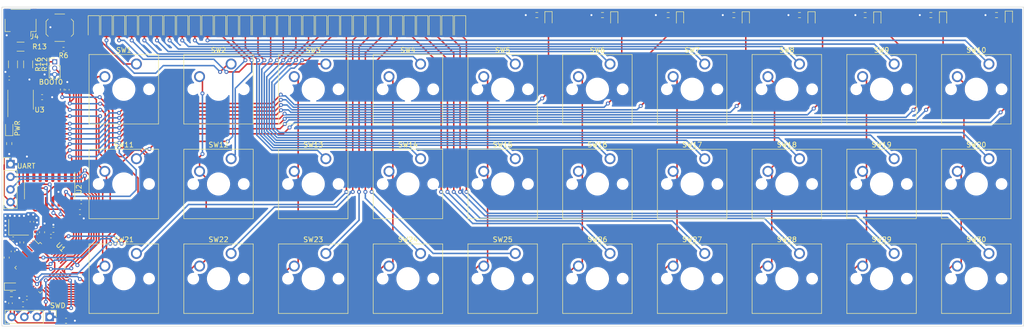
<source format=kicad_pcb>
(kicad_pcb (version 20221018) (generator pcbnew)
  (layers (0 "F.Cu" signal) (31 "B.Cu" power) (34 "B.Paste" user) (35 "F.Paste" user) (36 "B.SilkS" user "B.Silkscreen") (37 "F.SilkS" user "F.Silkscreen") (38 "B.Mask" user) (39 "F.Mask" user) (44 "Edge.Cuts" user))
  (net 0 "")
  (net 1 "Net-(D1-A)")
  (net 2 "COL0")
  (net 3 "Net-(D2-A)")
  (net 4 "COL1")
  (net 5 "Net-(D3-A)")
  (net 6 "COL2")
  (net 7 "Net-(D4-A)")
  (net 8 "COL3")
  (net 9 "Net-(D5-A)")
  (net 10 "COL4")
  (net 11 "Net-(D6-A)")
  (net 12 "COL5")
  (net 13 "Net-(D7-A)")
  (net 14 "COL6")
  (net 15 "Net-(D8-A)")
  (net 16 "COL7")
  (net 17 "Net-(D9-A)")
  (net 18 "COL8")
  (net 19 "Net-(D10-A)")
  (net 20 "COL9")
  (net 21 "Net-(D11-A)")
  (net 22 "Net-(D12-A)")
  (net 23 "Net-(D13-A)")
  (net 24 "Net-(D14-A)")
  (net 25 "Net-(D15-A)")
  (net 26 "Net-(D16-A)")
  (net 27 "Net-(D17-A)")
  (net 28 "Net-(D18-A)")
  (net 29 "Net-(D19-A)")
  (net 30 "Net-(D20-A)")
  (net 31 "Net-(D21-A)")
  (net 32 "Net-(D22-A)")
  (net 33 "Net-(D23-A)")
  (net 34 "Net-(D24-A)")
  (net 35 "Net-(D25-A)")
  (net 36 "Net-(D26-A)")
  (net 37 "Net-(D27-A)")
  (net 38 "Net-(D28-A)")
  (net 39 "Net-(D29-A)")
  (net 40 "Net-(D30-A)")
  (net 41 "+3.3V")
  (net 45 "/OSC_IN")
  (net 46 "/OSC_OUT")
  (net 47 "GND")
  (net 56 "ROW0")
  (net 57 "ROW1")
  (net 58 "ROW2")
  (net 59 "Net-(C9-Pad1)")
  (net 60 "Net-(U1-NRST)")
  (net 61 "Net-(D31-K)")
  (net 62 "Net-(D31-A)")
  (net 63 "Net-(D32-K)")
  (net 64 "Net-(D32-A)")
  (net 65 "Net-(D33-K)")
  (net 66 "Net-(D33-A)")
  (net 67 "Net-(D34-K)")
  (net 68 "Net-(D34-A)")
  (net 69 "Net-(D35-K)")
  (net 70 "Net-(D35-A)")
  (net 71 "Net-(D36-K)")
  (net 72 "Net-(D36-A)")
  (net 73 "Net-(D37-K)")
  (net 74 "Net-(D37-A)")
  (net 75 "Net-(D38-K)")
  (net 76 "Net-(D38-A)")
  (net 77 "Net-(D39-K)")
  (net 78 "Net-(D40-K)")
  (net 79 "Net-(J1-Pin_2)")
  (net 80 "SWCLK")
  (net 81 "SWDIO")
  (net 82 "Net-(J4-Pin_2)")
  (net 83 "Net-(J4-Pin_3)")
  (net 84 "DBG_UART_TX")
  (net 85 "DBG_UART_RX")
  (net 86 "LED_SER")
  (net 87 "LED_RCLK")
  (net 88 "RS485_DI")
  (net 89 "RS485_RO")
  (net 90 "LED_SRCLK")
  (net 91 "LED_~{SRCLR}")
  (net 93 "RS485_~{RE}")
  (net 94 "RS485_DE")
  (net 95 "/DIAG_LED")
  (net 96 "/BOOT0_JMP")
  (footprint "Resistor_SMD:R_0402_1005Metric" (layer "F.Cu") (at 57.15 69.594 -90)
    (fp_text reference "R11" hide)
    (fp_text value "10k")
  )
  (footprint "Connector_PinHeader_2.54mm:PinHeader_1x04_P2.54mm_Vertical" (layer "F.Cu") (at 54.61 115.316 -90)
    (fp_text reference "J2" hide)
    (fp_text value "SWD")
  )
  (footprint "Diode_SMD:D_1206_3216Metric" (layer "F.Cu") (at 73.66 57.02 -90)
    (fp_text reference "D5" hide)
    (fp_text value "LL4148")
  )
  (footprint "Resistor_SMD:R_0603_1608Metric" (layer "F.Cu") (at 245.047 54.61 180)
    (fp_text reference "R2" hide)
    (fp_text value "68R")
  )
  (footprint "Diode_SMD:D_1206_3216Metric" (layer "F.Cu") (at 88.9 57.02 -90)
    (fp_text reference "D11" hide)
    (fp_text value "LL4148")
  )
  (footprint "Diode_SMD:D_0603_1608Metric" (layer "F.Cu") (at 154.94 55.3975 -90)
    (fp_text reference "D38" hide)
    (fp_text value "D")
  )
  (footprint "Button_Switch_Keyboard:SW_Cherry_MX_1.00u_PCB" (layer "F.Cu") (at 186.365 102.545)
    (fp_text reference "SW27")
    (fp_text value "SW_Push")
  )
  (footprint "Package_SO:SOIC-8_3.9x4.9mm_P1.27mm" (layer "F.Cu") (at 48.768 71.628 90)
    (fp_text reference "U3")
    (fp_text value "SP3485EN")
  )
  (footprint "Diode_SMD:D_1206_3216Metric" (layer "F.Cu") (at 99.06 57.02 -90)
    (fp_text reference "D15" hide)
    (fp_text value "LL4148")
  )
  (footprint "Capacitor_SMD:C_0402_1005Metric" (layer "F.Cu") (at 58.166 69.624 90)
    (fp_text reference "C13" hide)
    (fp_text value "100n")
  )
  (footprint "Resistor_SMD:R_0603_1608Metric" (layer "F.Cu") (at 231.839 54.61 180)
    (fp_text reference "R3" hide)
    (fp_text value "68R")
  )
  (footprint "Resistor_SMD:R_1206_3216Metric" (layer "F.Cu") (at 47.244 64.516 -90)
    (fp_text reference "R16")
    (fp_text value "4k7")
  )
  (footprint "Capacitor_SMD:C_0402_1005Metric" (layer "F.Cu") (at 60.96 92.202)
    (fp_text reference "C11" hide)
    (fp_text value "100n")
  )
  (footprint "Capacitor_SMD:C_0603_1608Metric" (layer "F.Cu") (at 53.099 71.12)
    (fp_text reference "C17" hide)
    (fp_text value "10u")
  )
  (footprint "Diode_SMD:D_1206_3216Metric" (layer "F.Cu") (at 86.36 57.02 -90)
    (fp_text reference "D10" hide)
    (fp_text value "LL4148")
  )
  (footprint "Diode_SMD:D_1206_3216Metric" (layer "F.Cu") (at 78.74 57.02 -90)
    (fp_text reference "D7" hide)
    (fp_text value "LL4148")
  )
  (footprint "Button_Switch_Keyboard:SW_Cherry_MX_1.00u_PCB" (layer "F.Cu") (at 91.115 83.495)
    (fp_text reference "SW12")
    (fp_text value "SW_Push")
  )
  (footprint "Resistor_SMD:R_0402_1005Metric" (layer "F.Cu") (at 49.022 100.328 -90)
    (fp_text reference "R1" hide)
    (fp_text value "1k")
  )
  (footprint "Button_Switch_Keyboard:SW_Cherry_MX_1.00u_PCB" (layer "F.Cu") (at 205.415 83.495)
    (fp_text reference "SW18")
    (fp_text value "SW_Push")
  )
  (footprint "Button_Switch_Keyboard:SW_Cherry_MX_1.00u_PCB" (layer "F.Cu") (at 148.265 83.495)
    (fp_text reference "SW15")
    (fp_text value "SW_Push")
  )
  (footprint "Diode_SMD:D_0603_1608Metric" (layer "F.Cu") (at 221.07071 55.4485 -90)
    (fp_text reference "D33" hide)
    (fp_text value "D")
  )
  (footprint "Diode_SMD:D_0603_1608Metric" (layer "F.Cu") (at 46.99 109.22)
    (fp_text reference "D39" hide)
    (fp_text value "DIAG")
  )
  (footprint "Button_Switch_Keyboard:SW_Cherry_MX_1.00u_PCB" (layer "F.Cu") (at 148.265 102.545)
    (fp_text reference "SW25")
    (fp_text value "SW_Push")
  )
  (footprint "Diode_SMD:D_0603_1608Metric" (layer "F.Cu") (at 234.296852 55.423 -90)
    (fp_text reference "D32" hide)
    (fp_text value "D")
  )
  (footprint "Diode_SMD:D_1206_3216Metric" (layer "F.Cu") (at 132.08 57.02 -90)
    (fp_text reference "D28" hide)
    (fp_text value "LL4148")
  )
  (footprint "Diode_SMD:D_1206_3216Metric" (layer "F.Cu") (at 109.22 57.02 -90)
    (fp_text reference "D19" hide)
    (fp_text value "LL4148")
  )
  (footprint "Capacitor_SMD:C_0603_1608Metric" (layer "F.Cu") (at 53.086 98.285 90)
    (fp_text reference "C6" hide)
    (fp_text value "10u")
  )
  (footprint "Button_Switch_Keyboard:SW_Cherry_MX_1.00u_PCB" (layer "F.Cu") (at 205.415 102.545)
    (fp_text reference "SW28")
    (fp_text value "SW_Push")
  )
  (footprint "Diode_SMD:D_0603_1608Metric" (layer "F.Cu") (at 46.482 77.3685 90)
    (fp_text reference "D40" hide)
    (fp_text value "PWR")
  )
  (footprint "Diode_SMD:D_1206_3216Metric" (layer "F.Cu") (at 134.62 57.02 -90)
    (fp_text reference "D29" hide)
    (fp_text value "LL4148")
  )
  (footprint "Diode_SMD:D_1206_3216Metric" (layer "F.Cu") (at 66.04 57.02 -90)
    (fp_text reference "D2" hide)
    (fp_text value "LL4148")
  )
  (footprint "Connector_JST:JST_SH_SM04B-SRSS-TB_1x04-1MP_P1.00mm_Horizontal" (layer "F.Cu") (at 48.768 56.134 180)
    (fp_text reference "J4")
    (fp_text value "rs485")
  )
  (footprint "Capacitor_SMD:C_0402_1005Metric" (layer "F.Cu") (at 50.038 111.506 180)
    (fp_text reference "C1" hide)
    (fp_text value "100n")
  )
  (footprint "Button_Switch_Keyboard:SW_Cherry_MX_1.00u_PCB" (layer "F.Cu") (at 167.315 102.545)
    (fp_text reference "SW26")
    (fp_text value "SW_Push")
  )
  (footprint "Diode_SMD:D_1206_3216Metric" (layer "F.Cu") (at 71.12 57.02 -90)
    (fp_text reference "D4" hide)
    (fp_text value "LL4148")
  )
  (footprint "Diode_SMD:D_1206_3216Metric" (layer "F.Cu") (at 83.82 57.02 -90)
    (fp_text reference "D9" hide)
    (fp_text value "LL4148")
  )
  (footprint "Button_Switch_Keyboard:SW_Cherry_MX_1.00u_PCB" (layer "F.Cu") (at 243.515 64.445)
    (fp_text reference "SW10")
    (fp_text value "SW_Push")
  )
  (footprint "Diode_SMD:D_1206_3216Metric" (layer "F.Cu") (at 106.68 57.02 -90)
    (fp_text reference "D18" hide)
    (fp_text value "LL4148")
  )
  (footprint "Capacitor_SMD:C_0603_1608Metric" (layer "F.Cu") (at 49.263 112.776 180)
    (fp_text reference "C2" hide)
    (fp_text value "10u")
  )
  (footprint "Diode_SMD:D_0603_1608Metric" (layer "F.Cu") (at 168.166142 55.423 -90)
    (fp_text reference "D37" hide)
    (fp_text value "D")
  )
  (footprint "Diode_SMD:D_1206_3216Metric" (layer "F.Cu") (at 63.5 57.02 -90)
    (fp_text reference "D1" hide)
    (fp_text value "LL4148")
  )
  (footprint "Resistor_SMD:R_0603_1608Metric" (layer "F.Cu") (at 205.423 54.61 180)
    (fp_text reference "R5" hide)
    (fp_text value "68R")
  )
  (footprint "Diode_SMD:D_0603_1608Metric" (layer "F.Cu") (at 194.618426 55.423 -90)
    (fp_text reference "D35" hide)
    (fp_text value "D")
  )
  (footprint "Button_Switch_Keyboard:SW_Cherry_MX_1.00u_PCB" (layer "F.Cu") (at 167.315 64.445)
    (fp_text reference "SW6")
    (fp_text value "SW_Push")
  )
  (footprint "Capacitor_SMD:C_0402_1005Metric" (layer "F.Cu") (at 51.054 96.167 90)
    (fp_text reference "C10" hide)
    (fp_text value "10p")
  )
  (footprint "Button_Switch_Keyboard:SW_Cherry_MX_1.00u_PCB" (layer "F.Cu") (at 72.065 64.445)
    (fp_text reference "SW1")
    (fp_text value "SW_Push")
  )
  (footprint "Button_Switch_Keyboard:SW_Cherry_MX_1.00u_PCB" (layer "F.Cu") (at 129.215 102.545)
    (fp_text reference "SW24")
    (fp_text value "SW_Push")
  )
  (footprint "Resistor_SMD:R_0603_1608Metric" (layer "F.Cu") (at 192.215 54.61 180)
    (fp_text reference "R7" hide)
    (fp_text value "68R")
  )
  (footprint "Diode_SMD:D_1206_3216Metric" (layer "F.Cu") (at 119.38 57.02 -90)
    (fp_text reference "D23" hide)
    (fp_text value "LL4148")
  )
  (footprint "Button_Switch_Keyboard:SW_Cherry_MX_1.00u_PCB" (layer "F.Cu") (at 224.465 102.545)
    (fp_text reference "SW29")
    (fp_text value "SW_Push")
  )
  (footprint "Diode_SMD:D_1206_3216Metric" (layer "F.Cu") (at 91.44 57.02 -90)
    (fp_text reference "D12" hide)
    (fp_text value "LL4148")
  )
  (footprint "Resistor_SMD:R_0603_1608Metric" (layer "F.Cu") (at 179.007 54.61 180)
    (fp_text reference "R8" hide)
    (fp_text value "68R")
  )
  (footprint "Resistor_SMD:R_0603_1608Metric" (layer "F.Cu") (at 152.591 54.61 180)
    (fp_text reference "R10" hide)
    (fp_text value "68R")
  )
  (footprint "Resistor_SMD:R_1206_3216Metric" (layer "F.Cu") (at 48.768 60.96 180)
    (fp_text reference "R13")
    (fp_text value "120")
  )
  (footprint "Capacitor_SMD:C_0603_1608Metric" (layer "F.Cu") (at 55.372 97.79)
    (fp_text reference "C8" hide)
    (fp_text value "10u")
  )
  (footprint "Button_Switch_Keyboard:SW_Cherry_MX_1.00u_PCB" (layer "F.Cu") (at 110.165 83.495)
    (fp_text reference "SW13")
    (fp_text value "SW_Push")
  )
  (footprint "Crystal:Crystal_SMD_SeikoEpson_TSX3225-4Pin_3.2x2.5mm" (layer "F.Cu") (at 48.387 97.282)
    (fp_text reference "Y1" hide)
    (fp_text value "X322516MLB4SI")
  )
  (footprint "Resistor_SMD:R_0603_1608Metric" (layer "F.Cu") (at 46.482 80.454 -90)
    (fp_text reference "R15" hide)
    (fp_text value "68R")
  )
  (footprint "Diode_SMD:D_1206_3216Metric" (layer "F.Cu") (at 111.77 57.02 -90)
    (fp_text reference "D20" hide)
    (fp_text value "LL4148")
  )
  (footprint "Diode_SMD:D_1206_3216Metric" (layer "F.Cu") (at 68.58 57.02 -90)
    (fp_text reference "D3" hide)
    (fp_text value "LL4148")
  )
  (footprint "Button_Switch_Keyboard:SW_Cherry_MX_1.00u_PCB" (layer "F.Cu") (at 167.315 83.495)
    (fp_text reference "SW16")
    (fp_text value "SW_Push")
  )
  (footprint "Diode_SMD:D_1206_3216Metric" (layer "F.Cu") (at 121.92 57.02 -90)
    (fp_text reference "D24" hide)
    (fp_text value "LL4148")
  )
  (footprint "Diode_SMD:D_1206_3216Metric" (layer "F.Cu") (at 124.46 57.02 -90)
    (fp_text reference "D25" hide)
    (fp_text value "LL4148")
  )
  (footprint "Resistor_SMD:R_0603_1608Metric" (layer "F.Cu") (at 46.927 110.744)
    (fp_text reference "R14" hide)
    (fp_text value "68R")
  )
  (footprint "Capacitor_SMD:C_0603_1608Metric" (layer "F.Cu") (at 45.974 103.378 90)
    (fp_text reference "C4" hide)
    (fp_text value "10u")
  )
  (footprint "Connector_PinHeader_1.27mm:PinHeader_1x03_P1.27mm_Vertical" (layer "F.Cu") (at 55.626 64.008)
    (fp_text reference "J1" hide)
    (fp_text value "BOOT0")
  )
  (footprint "Diode_SMD:D_1206_3216Metric" (layer "F.Cu") (at 137.16 57.02 -90)
    (fp_text reference "D30" hide)
    (fp_text value "LL4148")
  )
  (footprint "Button_Switch_Keyboard:SW_Cherry_MX_1.00u_PCB" (layer "F.Cu") (at 129.215 83.495)
    (fp_text reference "SW14")
    (fp_text value "SW_Push")
  )
  (footprint "Capacitor_SMD:C_0402_1005Metric" (layer "F.Cu") (at 51.816 98.679 90)
    (fp_text reference "C5" hide)
    (fp_text value "100n")
  )
  (footprint "Resistor_SMD:R_0603_1608Metric" (layer "F.Cu") (at 165.799 54.61 180)
    (fp_text reference "R9" hide)
    (fp_text value "68R")
  )
  (footprint "Diode_SMD:D_1206_3216Metric" (layer "F.Cu") (at 129.54 57.02 -90)
    (fp_text reference "D27" hide)
    (fp_text value "LL4148")
  )
  (footprint "Capacitor_SMD:C_0402_1005Metric" (layer "F.Cu") (at 46.482 67.31 180)
    (fp_text reference "C16" hide)
    (fp_text value "100n")
  )
  (footprint "Diode_SMD:D_1206_3216Metric" (layer "F.Cu") (at 101.6 57.02 -90)
    (fp_text reference "D16" hide)
    (fp_text value "LL4148")
  )
  (footprint "Button_Switch_Keyboard:SW_Cherry_MX_1.00u_PCB" (layer "F.Cu") (at 243.515 83.495)
    (fp_text reference "SW20")
    (fp_text value "SW_Push")
  )
  (footprint "Resistor_SMD:R_0603_1608Metric" (layer "F.Cu") (at 218.631 54.61 180)
    (fp_text reference "R4" hide)
    (fp_text value "68R")
  )
  (footprint "Capacitor_SMD:C_0402_1005Metric" (layer "F.Cu") (at 47.244 102.136 90)
    (fp_text reference "C3" hide)
    (fp_text value "100n")
  )
  (footprint "Capacitor_SMD:C_0603_1608Metric" (layer "F.Cu") (at 57.912 116.078)
    (fp_text reference "C14" hide)
    (fp_text value "10u")
  )
  (footprint "Button_Switch_Keyboard:SW_Cherry_MX_1.00u_PCB" (layer "F.Cu") (at 91.115 102.545)
    (fp_text reference "SW22")
    (fp_text value "SW_Push")
  )
  (footprint "Button_Switch_Keyboard:SW_Cherry_MX_1.00u_PCB" (layer "F.Cu") (at 243.515 102.545)
    (fp_text reference "SW30")
    (fp_text value "SW_Push")
  )
  (footprint "Diode_SMD:D_1206_3216Metric" (layer "F.Cu") (at 76.2 57.02 -90)
    (fp_text reference "D6" hide)
    (fp_text value "LL4148")
  )
  (footprint "Capacitor_SMD:C_0402_1005Metric" (layer "F.Cu") (at 47.272 99.568 180)
    (fp_text reference "C9" hide)
    (fp_text value "10p")
  )
  (footprint "Button_Switch_Keyboard:SW_Cherry_MX_1.00u_PCB" (layer "F.Cu") (at 110.165 102.545)
    (fp_text reference "SW23")
    (fp_text value "SW_Push")
  )
  (footprint "Diode_SMD:D_1206_3216Metric" (layer "F.Cu") (at 104.14 57.02 -90)
    (fp_text reference "D17" hide)
    (fp_text value "LL4148")
  )
  (footprint "Button_Switch_Keyboard:SW_Cherry_MX_1.00u_PCB" (layer "F.Cu") (at 224.465 83.495)
    (fp_text reference "SW19")
    (fp_text value "SW_Push")
  )
  (footprint "Connector_PinHeader_2.54mm:PinHeader_1x04_P2.54mm_Vertical" (layer "F.Cu") (at 46.736 84.592)
    (fp_text reference "J3" hide)
    (fp_text value "UART")
  )
  (footprint "Button_Switch_Keyboard:SW_Cherry_MX_1.00u_PCB" (layer "F.Cu") (at 72.065 102.545)
    (fp_text reference "SW21")
    (fp_text value "SW_Push")
  )
  (footprint "Diode_SMD:D_0603_1608Metric" (layer "F.Cu") (at 247.523 55.296 -90)
    (fp_text reference "D31" hide)
    (fp_text value "D")
  )
  (footprint "Diode_SMD:D_1206_3216Metric" (layer "F.Cu") (at 127 57.02 -90)
    (fp_text reference "D26" hide)
    (fp_text value "LL4148")
  )
  (footprint "Diode_SMD:D_0603_1608Metric" (layer "F.Cu") (at 207.844568 55.423 -90)
    (fp_text reference "D34" hide)
    (fp_text value "D")
  )
  (footprint "Button_Switch_Keyboard:SW_Cherry_MX_1.00u_PCB" (layer "F.Cu") (at 224.465 64.445)
    (fp_text reference "SW9")
    (fp_text value "SW_Push")
  )
  (footprint "Package_SO:SOIC-16_3.9x9.9mm_P1.27mm" (layer "F.Cu") (at 54.61 89.662 -90)
    (fp_text reference "U2")
    (fp_text value "74HC595")
  )
  (footprint "Button_Switch_Keyboard:SW_Cherry_MX_1.00u_PCB" (layer "F.Cu") (at 110.165 64.445)
    (fp_text reference "SW3")
    (fp_text value "SW_Push")
  )
  (footprint "Resistor_SMD:R_1206_3216Metric" (layer "F.Cu") (at 50.292 64.516 90)
    (fp_text reference "R12")
    (fp_text value "4k7")
  )
  (footprint "Diode_SMD:D_1206_3216Metric" (layer "F.Cu") (at 96.52 57.02 -90)
    (fp_text reference "D14" hide)
    (fp_text value "LL4148")
  )
  (footprint "Button_Switch_Keyboard:SW_Cherry_MX_1.00u_PCB" (layer "F.Cu") (at 186.365 83.495)
    (fp_text reference "SW17")
    (fp_text value "SW_Push")
  )
  (footprint "Button_Switch_Keyboard:SW_Cherry_MX_1.00u_PCB" (layer "F.Cu") (at 205.415 64.445)
    (fp_text reference "SW8")
    (fp_text value "SW_Push")
  )
  (footprint "Button_Switch_Keyboard:SW_Cherry_MX_1.00u_PCB" (layer "F.Cu") (at 129.215 64.445)
    (fp_text reference "SW4")
    (fp_text value "SW_Push")
  )
  (footprint "Package_QFP:LQFP-48_7x7mm_P0.5mm" (layer "F.Cu") (at 52.705 105.41 -45)
    (fp_text reference "U1")
    (fp_text value "STM32F030C8Tx")
  )
  (footprint "Diode_SMD:D_1206_3216Metric" (layer "F.Cu") (at 114.29 57.02 -90)
    (fp_text reference "D21" hide)
    (fp_text value "LL4148")
  )
  (footprint "Button_Switch_Keyboard:SW_Cherry_MX_1.00u_PCB" (layer "F.Cu") (at 148.265 64.445)
    (fp_text reference "SW5")
    (fp_text value "SW_Push")
  )
  (footprint "Diode_SMD:D_0603_1608Metric" (layer "F.Cu") (at 181.392284 55.423 -90)
    (fp_text reference "D36" hide)
    (fp_text value "D")
  )
  (footprint "Button_Switch_Keyboard:SW_Cherry_MX_1.00u_PCB" (layer "F.Cu") (at 186.365 64.445)
    (fp_text reference "SW7")
    (fp_text value "SW_Push")
  )
  (footprint "Diode_SMD:D_1206_3216Metric" (layer "F.Cu") (at 116.84 57.02 -90)
    (fp_text reference "D22" hide)
    (fp_text value "LL4148")
  )
  (footprint "Capacitor_SMD:C_0402_1005Metric" (layer "F.Cu") (at 46.736 112.55 90)
    (fp_text reference "C15" hide)
    (fp_text value "100n")
  )
  (footprint "Button_Switch_Keyboard:SW_Cherry_MX_1.00u_PCB" (layer "F.Cu") (at 91.115 64.445)
    (fp_text reference "SW2")
    (fp_text value "SW_Push")
  )
  (footprint "Button_Switch_SMD:SW_Push_1P1T_XKB_TS-1187A" (layer "F.Cu") (at 56.642 57.15 90)
    (fp_text reference "SW31" hide)
    (fp_text value "SW_Push")
  )
  (footprint "Capacitor_SMD:C_0402_1005Metric" (layer "F.Cu") (at 54.864 99.06)
    (fp_text reference "C7" hide)
    (fp_text value "100n")
  )
  (footprint "Diode_SMD:D_1206_3216Metric" (layer "F.Cu") (at 93.98 57.02 -90)
    (fp_text reference "D13" hide)
    (fp_text value "LL4148")
  )
  (footprint "Diode_SMD:D_1206_3216Metric" (layer "F.Cu") (at 81.28 57.02 -90)
    (fp_text reference "D8" hide)
    (fp_text value "LL4148")
  )
  (footprint "Resistor_SMD:R_0402_1005Metric" (layer "F.Cu") (at 57.402 61.468)
    (fp_text reference "R6")
    (fp_text value "10k")
  )
  (footprint "Button_Switch_Keyboard:SW_Cherry_MX_1.00u_PCB" (layer "F.Cu") (at 72.065 83.495)
    (fp_text reference "SW11")
    (fp_text value "SW_Push")
  )
  (footprint "Capacitor_SMD:C_0603_1608Metric" (layer "F.Cu") (at 60.706 94.234)
    (fp_text reference "C12" hide)
    (fp_text value "10u")
  )
  (gr_rect (start 45 53) (end 250.5 117.15) (stroke (width 0.1)) (fill none) (layer "Edge.Cuts"))
  (segment (start 69.525 64.445) (end 72.065 64.445) (width 0.3) (layer "F.Cu") (net 1))
  (segment (start 63.5 58.42) (end 69.525 64.445) (width 0.3) (layer "F.Cu") (net 1))
  (segment (start 57.832259 107.355279) (end 57.239322 106.762342) (width 0.3) (layer "F.Cu") (net 2))
  (segment (start 65.278 90.424) (end 65.278 104.648) (width 0.3) (layer "F.Cu") (net 2))
  (segment (start 65.715 86.035) (end 66.04 86.36) (width 0.3) (layer "F.Cu") (net 2))
  (segment (start 64.333 66.985) (end 62.738 68.58) (width 0.3) (layer "F.Cu") (net 2))
  (segment (start 62.738 70.358) (end 64.008 71.628) (width 0.3) (layer "F.Cu") (net 2))
  (segment (start 64.008 71.628) (end 64.008 84.328) (width 0.3) (layer "F.Cu") (net 2))
  (segment (start 63.119 106.426) (end 59.182 106.426) (width 0.3) (layer "F.Cu") (net 2))
  (segment (start 58.252721 107.355279) (end 57.832259 107.355279) (width 0.3) (layer "F.Cu") (net 2))
  (segment (start 62.738 68.58) (end 62.738 70.358) (width 0.3) (layer "F.Cu") (net 2))
  (segment (start 59.182 106.426) (end 58.252721 107.355279) (width 0.3) (layer "F.Cu") (net 2))
  (segment (start 64.46 105.085) (end 63.119 106.426) (width 0.3) (layer "F.Cu") (net 2))
  (segment (start 65.715 66.985) (end 64.333 66.985) (width 0.3) (layer "F.Cu") (net 2))
  (segment (start 65.278 104.648) (end 65.715 105.085) (width 0.3) (layer "F.Cu") (net 2))
  (segment (start 66.04 89.662) (end 65.278 90.424) (width 0.3) (layer "F.Cu") (net 2))
  (segment (start 65.715 105.085) (end 64.46 105.085) (width 0.3) (layer "F.Cu") (net 2))
  (segment (start 64.008 84.328) (end 65.715 86.035) (width 0.3) (layer "F.Cu") (net 2))
  (segment (start 66.04 86.36) (end 66.04 89.662) (width 0.3) (layer "F.Cu") (net 2))
  (segment (start 90.495 64.445) (end 88.9 66.04) (width 0.3) (layer "F.Cu") (net 3))
  (segment (start 66.04 58.42) (end 66.04 59.69) (width 0.3) (layer "F.Cu") (net 3))
  (segment (start 91.115 64.445) (end 90.495 64.445) (width 0.3) (layer "F.Cu") (net 3))
  (via (at 88.9 66.04) (size 0.8) (drill 0.4) (layers "F.Cu" "B.Cu") (net 3))
  (via (at 66.04 59.69) (size 0.8) (drill 0.4) (layers "F.Cu" "B.Cu") (net 3))
  (segment (start 75.946 66.294) (end 71.628 66.294) (width 0.3) (layer "B.Cu") (net 3))
  (segment (start 88.9 66.04) (end 87.63 64.77) (width 0.3) (layer "B.Cu") (net 3))
  (segment (start 77.47 64.77) (end 75.946 66.294) (width 0.3) (layer "B.Cu") (net 3))
  (segment (start 87.63 64.77) (end 77.47 64.77) (width 0.3) (layer "B.Cu") (net 3))
  (segment (start 71.628 66.294) (end 66.04 60.706) (width 0.3) (layer "B.Cu") (net 3))
  (segment (start 66.04 60.706) (end 66.04 59.69) (width 0.3) (layer "B.Cu") (net 3))
  (segment (start 84.765 105.085) (end 86.095 103.755) (width 0.3) (layer "F.Cu") (net 4))
  (segment (start 83.665 105.085) (end 78.26 110.49) (width 0.3) (layer "F.Cu") (net 4))
  (segment (start 86.095 103.755) (end 86.095 87.365) (width 0.3) (layer "F.Cu") (net 4))
  (segment (start 84.765 83.129) (end 84.765 86.035) (width 0.3) (layer "F.Cu") (net 4))
  (segment (start 78.26 110.49) (end 63.026424 110.49) (width 0.3) (layer "F.Cu") (net 4))
  (segment (start 57.814766 108.752) (end 56.532215 107.469449) (width 0.3) (layer "F.Cu") (net 4))
  (segment (start 63.026424 110.49) (end 61.288424 108.752) (width 0.3) (layer "F.Cu") (net 4))
  (segment (start 85.344 67.564) (end 84.765 66.985) (width 0.3) (layer "F.Cu") (net 4))
  (segment (start 85.344 82.55) (end 84.765 83.129) (width 0.3) (layer "F.Cu") (net 4))
  (segment (start 61.288424 108.752) (end 57.814766 108.752) (width 0.3) (layer "F.Cu") (net 4))
  (segment (start 85.344 70.358) (end 85.344 67.564) (width 0.3) (layer "F.Cu") (net 4))
  (segment (start 84.765 105.085) (end 83.665 105.085) (width 0.3) (layer "F.Cu") (net 4))
  (segment (start 86.095 87.365) (end 84.765 86.035) (width 0.3) (layer "F.Cu") (net 4))
  (via (at 85.344 70.358) (size 0.8) (drill 0.4) (layers "F.Cu" "B.Cu") (net 4))
  (via (at 85.344 82.55) (size 0.8) (drill 0.4) (layers "F.Cu" "B.Cu") (net 4))
  (segment (start 85.344 82.55) (end 85.344 70.358) (width 0.3) (layer "B.Cu") (net 4))
  (segment (start 94.305 64.445) (end 110.165 64.445) (width 0.3) (layer "F.Cu") (net 5))
  (segment (start 90.17 66.04) (end 92.71 66.04) (width 0.3) (layer "F.Cu") (net 5))
  (segment (start 68.58 58.42) (end 68.58 59.69) (width 0.3) (layer "F.Cu") (net 5))
  (segment (start 92.71 66.04) (end 94.305 64.445) (width 0.3) (layer "F.Cu") (net 5))
  (via (at 90.17 66.04) (size 0.8) (drill 0.4) (layers "F.Cu" "B.Cu") (net 5))
  (via (at 68.58 59.69) (size 0.8) (drill 0.4) (layers "F.Cu" "B.Cu") (net 5))
  (segment (start 73.414475 63.5) (end 87.63 63.5) (width 0.3) (layer "B.Cu") (net 5))
  (segment (start 69.604475 59.69) (end 73.414475 63.5) (width 0.3) (layer "B.Cu") (net 5))
  (segment (start 68.58 59.69) (end 69.604475 59.69) (width 0.3) (layer "B.Cu") (net 5))
  (segment (start 87.63 63.5) (end 90.17 66.04) (width 0.3) (layer "B.Cu") (net 5))
  (segment (start 104.590327 86.810327) (end 104.590327 104.309673) (width 0.3) (layer "F.Cu") (net 6))
  (segment (start 61.081318 109.252) (end 62.819318 110.99) (width 0.3) (layer "F.Cu") (net 6))
  (segment (start 104.590327 67.760327) (end 104.590327 85.259673) (width 0.3) (layer "F.Cu") (net 6))
  (segment (start 104.590327 85.259673) (end 103.815 86.035) (width 0.3) (layer "F.Cu") (net 6))
  (segment (start 103.815 66.985) (end 104.590327 67.760327) (width 0.3) (layer "F.Cu") (net 6))
  (segment (start 103.815 86.035) (end 104.590327 86.810327) (width 0.3) (layer "F.Cu") (net 6))
  (segment (start 56.178662 107.823002) (end 57.60766 109.252) (width 0.3) (layer "F.Cu") (net 6))
  (segment (start 62.819318 110.99) (end 97.29 110.99) (width 0.3) (layer "F.Cu") (net 6))
  (segment (start 103.195 105.085) (end 103.815 105.085) (width 0.3) (layer "F.Cu") (net 6))
  (segment (start 57.60766 109.252) (end 61.081318 109.252) (width 0.3) (layer "F.Cu") (net 6))
  (segment (start 97.29 110.99) (end 103.195 105.085) (width 0.3) (layer "F.Cu") (net 6))
  (segment (start 104.590327 104.309673) (end 103.815 105.085) (width 0.3) (layer "F.Cu") (net 6))
  (segment (start 71.12 58.42) (end 71.12 59.69) (width 0.3) (layer "F.Cu") (net 7))
  (via (at 71.12 59.69) (size 0.8) (drill 0.4) (layers "F.Cu" "B.Cu") (net 7))
  (segment (start 71.12 59.69) (end 74.37 62.94) (width 0.3) (layer "B.Cu") (net 7))
  (segment (start 74.37 62.94) (end 127.71 62.94) (width 0.3) (layer "B.Cu") (net 7))
  (segment (start 127.71 62.94) (end 129.215 64.445) (width 0.3) (layer "B.Cu") (net 7))
  (segment (start 122.865 105.085) (end 123.640327 104.309673) (width 0.3) (layer "F.Cu") (net 8))
  (segment (start 123.640327 67.760327) (end 122.865 66.985) (width 0.3) (layer "F.Cu") (net 8))
  (segment (start 60.874212 109.752) (end 57.400554 109.752) (width 0.3) (layer "F.Cu") (net 8))
  (segment (start 115.36 111.49) (end 62.612212 111.49) (width 0.3) (layer "F.Cu") (net 8))
  (segment (start 123.640327 86.810327) (end 122.865 86.035) (width 0.3) (layer "F.Cu") (net 8))
  (segment (start 57.400554 109.752) (end 55.825109 108.176555) (width 0.3) (layer "F.Cu") (net 8))
  (segment (start 123.640327 85.259673) (end 123.640327 67.760327) (width 0.3) (layer "F.Cu") (net 8))
  (segment (start 121.765 105.085) (end 115.36 111.49) (width 0.3) (layer "F.Cu") (net 8))
  (segment (start 62.612212 111.49) (end 60.874212 109.752) (width 0.3) (layer "F.Cu") (net 8))
  (segment (start 122.865 86.035) (end 123.640327 85.259673) (width 0.3) (layer "F.Cu") (net 8))
  (segment (start 122.865 105.085) (end 121.765 105.085) (width 0.3) (layer "F.Cu") (net 8))
  (segment (start 123.640327 104.309673) (end 123.640327 86.810327) (width 0.3) (layer "F.Cu") (net 8))
  (segment (start 73.66 58.42) (end 73.66 59.69) (width 0.3) (layer "F.Cu") (net 9))
  (via (at 73.66 59.69) (size 0.8) (drill 0.4) (layers "F.Cu" "B.Cu") (net 9))
  (segment (start 146.26 62.44) (end 148.265 64.445) (width 0.3) (layer "B.Cu") (net 9))
  (segment (start 73.66 59.69) (end 76.41 62.44) (width 0.3) (layer "B.Cu") (net 9))
  (segment (start 76.41 62.44) (end 146.26 62.44) (width 0.3) (layer "B.Cu") (net 9))
  (segment (start 141.915 66.985) (end 142.690327 67.760327) (width 0.3) (layer "F.Cu") (net 10))
  (segment (start 55.471555 108.530109) (end 57.193446 110.252) (width 0.3) (layer "F.Cu") (net 10))
  (segment (start 141.915 86.035) (end 142.690327 86.810327) (width 0.3) (layer "F.Cu") (net 10))
  (segment (start 133.91 111.99) (end 140.815 105.085) (width 0.3) (layer "F.Cu") (net 10))
  (segment (start 62.405106 111.99) (end 133.91 111.99) (width 0.3) (layer "F.Cu") (net 10))
  (segment (start 142.690327 85.259673) (end 141.915 86.035) (width 0.3) (layer "F.Cu") (net 10))
  (segment (start 142.690327 104.309673) (end 141.915 105.085) (width 0.3) (layer "F.Cu") (net 10))
  (segment (start 60.667106 110.252) (end 62.405106 111.99) (width 0.3) (layer "F.Cu") (net 10))
  (segment (start 142.690327 67.760327) (end 142.690327 85.259673) (width 0.3) (layer "F.Cu") (net 10))
  (segment (start 57.193446 110.252) (end 60.667106 110.252) (width 0.3) (layer "F.Cu") (net 10))
  (segment (start 142.690327 86.810327) (end 142.690327 104.309673) (width 0.3) (layer "F.Cu") (net 10))
  (segment (start 140.815 105.085) (end 141.915 105.085) (width 0.3) (layer "F.Cu") (net 10))
  (segment (start 76.2 58.42) (end 76.2 59.69) (width 0.3) (layer "F.Cu") (net 11))
  (via (at 76.2 59.69) (size 0.8) (drill 0.4) (layers "F.Cu" "B.Cu") (net 11))
  (segment (start 164.81 61.94) (end 167.315 64.445) (width 0.3) (layer "B.Cu") (net 11))
  (segment (start 78.45 61.94) (end 164.81 61.94) (width 0.3) (layer "B.Cu") (net 11))
  (segment (start 76.2 59.69) (end 78.45 61.94) (width 0.3) (layer "B.Cu") (net 11))
  (segment (start 160.965 66.985) (end 161.740327 67.760327) (width 0.3) (layer "F.Cu") (net 12))
  (segment (start 56.98634 110.752) (end 60.46 110.752) (width 0.3) (layer "F.Cu") (net 12))
  (segment (start 55.118002 108.883662) (end 56.98634 110.752) (width 0.3) (layer "F.Cu") (net 12))
  (segment (start 161.740327 67.760327) (end 161.740327 85.259673) (width 0.3) (layer "F.Cu") (net 12))
  (segment (start 152.94 112.49) (end 160.345 105.085) (width 0.3) (layer "F.Cu") (net 12))
  (segment (start 60.46 110.752) (end 62.198 112.49) (width 0.3) (layer "F.Cu") (net 12))
  (segment (start 161.740327 85.259673) (end 160.965 86.035) (width 0.3) (layer "F.Cu") (net 12))
  (segment (start 62.198 112.49) (end 152.94 112.49) (width 0.3) (layer "F.Cu") (net 12))
  (segment (start 161.740327 86.810327) (end 161.740327 104.309673) (width 0.3) (layer "F.Cu") (net 12))
  (segment (start 160.345 105.085) (end 160.965 105.085) (width 0.3) (layer "F.Cu") (net 12))
  (segment (start 160.965 86.035) (end 161.740327 86.810327) (width 0.3) (layer "F.Cu") (net 12))
  (segment (start 161.740327 104.309673) (end 160.965 105.085) (width 0.3) (layer "F.Cu") (net 12))
  (segment (start 78.74 58.42) (end 78.74 59.69) (width 0.3) (layer "F.Cu") (net 13))
  (via (at 78.74 59.69) (size 0.8) (drill 0.4) (layers "F.Cu" "B.Cu") (net 13))
  (segment (start 80.49 61.44) (end 183.36 61.44) (width 0.3) (layer "B.Cu") (net 13))
  (segment (start 183.36 61.44) (end 186.365 64.445) (width 0.3) (layer "B.Cu") (net 13))
  (segment (start 78.74 59.69) (end 80.49 61.44) (width 0.3) (layer "B.Cu") (net 13))
  (segment (start 180.790327 104.309673) (end 180.015 105.085) (width 0.3) (layer "F.Cu") (net 14))
  (segment (start 180.790327 86.810327) (end 180.790327 104.309673) (width 0.3) (layer "F.Cu") (net 14))
  (segment (start 60.198 111.252) (end 61.936 112.99) (width 0.3) (layer "F.Cu") (net 14))
  (segment (start 61.936 112.99) (end 171.01 112.99) (width 0.3) (layer "F.Cu") (net 14))
  (segment (start 180.790327 85.259673) (end 180.015 86.035) (width 0.3) (layer "F.Cu") (net 14))
  (segment (start 180.015 86.035) (end 180.790327 86.810327) (width 0.3) (layer "F.Cu") (net 14))
  (segment (start 171.01 112.99) (end 178.915 105.085) (width 0.3) (layer "F.Cu") (net 14))
  (segment (start 180.790327 67.760327) (end 180.790327 85.259673) (width 0.3) (layer "F.Cu") (net 14))
  (segment (start 180.015 66.985) (end 180.790327 67.760327) (width 0.3) (layer "F.Cu") (net 14))
  (segment (start 54.764449 109.237215) (end 56.779234 111.252) (width 0.3) (layer "F.Cu") (net 14))
  (segment (start 178.915 105.085) (end 180.015 105.085) (width 0.3) (layer "F.Cu") (net 14))
  (segment (start 56.779234 111.252) (end 60.198 111.252) (width 0.3) (layer "F.Cu") (net 14))
  (segment (start 81.28 58.42) (end 81.28 59.69) (width 0.3) (layer "F.Cu") (net 15))
  (via (at 81.28 59.69) (size 0.8) (drill 0.4) (layers "F.Cu" "B.Cu") (net 15))
  (segment (start 82.53 60.94) (end 201.91 60.94) (width 0.3) (layer "B.Cu") (net 15))
  (segment (start 81.28 59.69) (end 82.53 60.94) (width 0.3) (layer "B.Cu") (net 15))
  (segment (start 201.91 60.94) (end 205.415 64.445) (width 0.3) (layer "B.Cu") (net 15))
  (segment (start 199.065 66.985) (end 200.395 68.315) (width 0.3) (layer "F.Cu") (net 16))
  (segment (start 200.395 84.705) (end 199.065 86.035) (width 0.3) (layer "F.Cu") (net 16))
  (segment (start 59.944 111.76) (end 61.674 113.49) (width 0.3) (layer "F.Cu") (net 16))
  (segment (start 199.840327 104.309673) (end 199.065 105.085) (width 0.3) (layer "F.Cu") (net 16))
  (segment (start 199.065 86.035) (end 199.840327 86.810327) (width 0.3) (layer "F.Cu") (net 16))
  (segment (start 200.395 68.315) (end 200.395 84.705) (width 0.3) (layer "F.Cu") (net 16))
  (segment (start 197.965 105.085) (end 199.065 105.085) (width 0.3) (layer "F.Cu") (net 16))
  (segment (start 189.56 113.49) (end 197.965 105.085) (width 0.3) (layer "F.Cu") (net 16))
  (segment (start 54.410895 109.590769) (end 56.580126 111.76) (width 0.3) (layer "F.Cu") (net 16))
  (segment (start 199.840327 86.810327) (end 199.840327 104.309673) (width 0.3) (layer "F.Cu") (net 16))
  (segment (start 56.580126 111.76) (end 59.944 111.76) (width 0.3) (layer "F.Cu") (net 16))
  (segment (start 61.674 113.49) (end 189.56 113.49) (width 0.3) (layer "F.Cu") (net 16))
  (segment (start 83.82 58.42) (end 83.82 59.69) (width 0.3) (layer "F.Cu") (net 17))
  (via (at 83.82 59.69) (size 0.8) (drill 0.4) (layers "F.Cu" "B.Cu") (net 17))
  (segment (start 84.57 60.44) (end 220.46 60.44) (width 0.3) (layer "B.Cu") (net 17))
  (segment (start 220.46 60.44) (end 224.465 64.445) (width 0.3) (layer "B.Cu") (net 17))
  (segment (start 83.82 59.69) (end 84.57 60.44) (width 0.3) (layer "B.Cu") (net 17))
  (segment (start 218.890327 85.259673) (end 218.115 86.035) (width 0.3) (layer "F.Cu") (net 18))
  (segment (start 218.115 86.035) (end 218.890327 86.810327) (width 0.3) (layer "F.Cu") (net 18))
  (segment (start 61.412 113.99) (end 208.11 113.99) (width 0.3) (layer "F.Cu") (net 18))
  (segment (start 54.057342 109.944322) (end 56.38102 112.268) (width 0.3) (layer "F.Cu") (net 18))
  (segment (start 218.890327 86.810327) (end 218.890327 104.309673) (width 0.3) (layer "F.Cu") (net 18))
  (segment (start 218.890327 67.760327) (end 218.890327 85.259673) (width 0.3) (layer "F.Cu") (net 18))
  (segment (start 218.890327 104.309673) (end 218.115 105.085) (width 0.3) (layer "F.Cu") (net 18))
  (segment (start 56.38102 112.268) (end 59.69 112.268) (width 0.3) (layer "F.Cu") (net 18))
  (segment (start 59.69 112.268) (end 61.412 113.99) (width 0.3) (layer "F.Cu") (net 18))
  (segment (start 218.115 66.985) (end 218.890327 67.760327) (width 0.3) (layer "F.Cu") (net 18))
  (segment (start 208.11 113.99) (end 217.015 105.085) (width 0.3) (layer "F.Cu") (net 18))
  (segment (start 217.015 105.085) (end 218.115 105.085) (width 0.3) (layer "F.Cu") (net 18))
  (segment (start 86.36 58.42) (end 86.36 59.69) (width 0.3) (layer "F.Cu") (net 19))
  (via (at 86.36 59.69) (size 0.8) (drill 0.4) (layers "F.Cu" "B.Cu") (net 19))
  (segment (start 238.76 59.69) (end 243.515 64.445) (width 0.3) (layer "B.Cu") (net 19))
  (segment (start 86.36 59.69) (end 238.76 59.69) (width 0.3) (layer "B.Cu") (net 19))
  (segment (start 61.15 114.49) (end 226.66 114.49) (width 0.3) (layer "F.Cu") (net 20))
  (segment (start 237.940327 104.309673) (end 237.165 105.085) (width 0.3) (layer "F.Cu") (net 20))
  (segment (start 238.495 68.315) (end 238.495 84.705) (width 0.3) (layer "F.Cu") (net 20))
  (segment (start 238.495 84.705) (end 237.165 86.035) (width 0.3) (layer "F.Cu") (net 20))
  (segment (start 237.165 66.985) (end 238.495 68.315) (width 0.3) (layer "F.Cu") (net 20))
  (segment (start 237.940327 86.810327) (end 237.940327 104.309673) (width 0.3) (layer "F.Cu") (net 20))
  (segment (start 59.436 112.776) (end 61.15 114.49) (width 0.3) (layer "F.Cu") (net 20))
  (segment (start 53.703788 110.297876) (end 56.181912 112.776) (width 0.3) (layer "F.Cu") (net 20))
  (segment (start 226.66 114.49) (end 236.065 105.085) (width 0.3) (layer "F.Cu") (net 20))
  (segment (start 56.181912 112.776) (end 59.436 112.776) (width 0.3) (layer "F.Cu") (net 20))
  (segment (start 237.165 86.035) (end 237.940327 86.810327) (width 0.3) (layer "F.Cu") (net 20))
  (segment (start 236.065 105.085) (end 237.165 105.085) (width 0.3) (layer "F.Cu") (net 20))
  (segment (start 76.2 80.01) (end 74.676 81.534) (width 0.3) (layer "F.Cu") (net 21))
  (segment (start 88.9 58.42) (end 93.98 63.5) (width 0.3) (layer "F.Cu") (net 21))
  (segment (start 93.98 63.5) (end 93.98 63.6895) (width 0.3) (layer "F.Cu") (net 21))
  (segment (start 90.424 80.01) (end 76.2 80.01) (width 0.3) (layer "F.Cu") (net 21))
  (via (at 93.98 63.6895) (size 0.8) (drill 0.4) (layers "F.Cu" "B.Cu") (net 21))
  (via (at 90.424 80.01) (size 0.8) (drill 0.4) (layers "F.Cu" "B.Cu") (net 21))
  (via (at 74.676 81.534) (size 0.8) (drill 0.4) (layers "F.Cu" "B.Cu") (net 21))
  (segment (start 74.026 81.534) (end 74.676 81.534) (width 0.3) (layer "B.Cu") (net 21))
  (segment (start 93.98 63.6895) (end 91.44 66.2295) (width 0.3) (layer "B.Cu") (net 21))
  (segment (start 72.065 83.495) (end 74.026 81.534) (width 0.3) (layer "B.Cu") (net 21))
  (segment (start 91.44 66.2295) (end 91.44 78.994) (width 0.3) (layer "B.Cu") (net 21))
  (segment (start 91.44 78.994) (end 90.424 80.01) (width 0.3) (layer "B.Cu") (net 21))
  (segment (start 91.44 58.42) (end 91.44 59.8795) (width 0.3) (layer "F.Cu") (net 22))
  (segment (start 91.44 59.8795) (end 95.25 63.6895) (width 0.3) (layer "F.Cu") (net 22))
  (via (at 95.25 63.6895) (size 0.8) (drill 0.4) (layers "F.Cu" "B.Cu") (net 22))
  (segment (start 95.25 63.6895) (end 95.25 66.04) (width 0.3) (layer "B.Cu") (net 22))
  (segment (start 91.94 69.35) (end 91.94 82.67) (width 0.3) (layer "B.Cu") (net 22))
  (segment (start 95.25 66.04) (end 91.94 69.35) (width 0.3) (layer "B.Cu") (net 22))
  (segment (start 91.94 82.67) (end 91.115 83.495) (width 0.3) (layer "B.Cu") (net 22))
  (segment (start 93.98 61.1495) (end 96.52 63.6895) (width 0.3) (layer "F.Cu") (net 23))
  (segment (start 93.98 58.42) (end 93.98 61.1495) (width 0.3) (layer "F.Cu") (net 23))
  (via (at 96.52 63.6895) (size 0.8) (drill 0.4) (layers "F.Cu" "B.Cu") (net 23))
  (segment (start 96.52 63.6895) (end 96.266 63.9435) (width 0.3) (layer "B.Cu") (net 23))
  (segment (start 99.306 81.78) (end 108.45 81.78) (width 0.3) (layer "B.Cu") (net 23))
  (segment (start 96.266 63.9435) (end 96.266 78.74) (width 0.3) (layer "B.Cu") (net 23))
  (segment (start 108.45 81.78) (end 110.165 83.495) (width 0.3) (layer "B.Cu") (net 23))
  (segment (start 96.266 78.74) (end 99.306 81.78) (width 0.3) (layer "B.Cu") (net 23))
  (segment (start 96.52 58.42) (end 96.52 62.4195) (width 0.3) (layer "F.Cu") (net 24))
  (segment (start 96.52 62.4195) (end 97.79 63.6895) (width 0.3) (layer "F.Cu") (net 24))
  (via (at 97.79 63.6895) (size 0.8) (drill 0.4) (layers "F.Cu" "B.Cu") (net 24))
  (segment (start 127 81.28) (end 129.215 83.495) (width 0.3) (layer "B.Cu") (net 24))
  (segment (start 96.774 64.7055) (end 96.774 78.486) (width 0.3) (layer "B.Cu") (net 24))
  (segment (start 97.79 63.6895) (end 96.774 64.7055) (width 0.3) (layer "B.Cu") (net 24))
  (segment (start 96.774 78.486) (end 99.568 81.28) (width 0.3) (layer "B.Cu") (net 24))
  (segment (start 99.568 81.28) (end 127 81.28) (width 0.3) (layer "B.Cu") (net 24))
  (segment (start 99.06 58.42) (end 99.06 63.6895) (width 0.3) (layer "F.Cu") (net 25))
  (via (at 99.06 63.6895) (size 0.8) (drill 0.4) (layers "F.Cu" "B.Cu") (net 25))
  (segment (start 145.55 80.78) (end 148.265 83.495) (width 0.3) (layer "B.Cu") (net 25))
  (segment (start 97.282 65.4675) (end 97.282 78.286894) (width 0.3) (layer "B.Cu") (net 25))
  (segment (start 97.282 78.286894) (end 99.775106 80.78) (width 0.3) (layer "B.Cu") (net 25))
  (segment (start 99.775106 80.78) (end 145.55 80.78) (width 0.3) (layer "B.Cu") (net 25))
  (segment (start 99.06 63.6895) (end 97.282 65.4675) (width 0.3) (layer "B.Cu") (net 25))
  (segment (start 101.6 62.4195) (end 100.33 63.6895) (width 0.3) (layer "F.Cu") (net 26))
  (segment (start 101.6 58.42) (end 101.6 62.4195) (width 0.3) (layer "F.Cu") (net 26))
  (via (at 100.33 63.6895) (size 0.8) (drill 0.4) (layers "F.Cu" "B.Cu") (net 26))
  (segment (start 164.1 80.28) (end 167.315 83.495) (width 0.3) (layer "B.Cu") (net 26))
  (segment (start 100.33 63.6895) (end 97.782 66.2375) (width 0.3) (layer "B.Cu") (net 26))
  (segment (start 99.982212 80.28) (end 164.1 80.28) (width 0.3) (layer "B.Cu") (net 26))
  (segment (start 97.782 66.2375) (end 97.782 78.079788) (width 0.3) (layer "B.Cu") (net 26))
  (segment (start 97.782 78.079788) (end 99.982212 80.28) (width 0.3) (layer "B.Cu") (net 26))
  (segment (start 104.14 58.42) (end 104.14 61.1495) (width 0.3) (layer "F.Cu") (net 27))
  (segment (start 104.14 61.1495) (end 101.6 63.6895) (width 0.3) (layer "F.Cu") (net 27))
  (via (at 101.6 63.6895) (size 0.8) (drill 0.4) (layers "F.Cu" "B.Cu") (net 27))
  (segment (start 101.6 63.6895) (end 98.282 67.0075) (width 0.3) (layer "B.Cu") (net 27))
  (segment (start 100.189318 79.78) (end 182.65 79.78) (width 0.3) (layer "B.Cu") (net 27))
  (segment (start 182.65 79.78) (end 186.365 83.495) (width 0.3) (layer "B.Cu") (net 27))
  (segment (start 98.282 77.872682) (end 100.189318 79.78) (width 0.3) (layer "B.Cu") (net 27))
  (segment (start 98.282 67.0075) (end 98.282 77.872682) (width 0.3) (layer "B.Cu") (net 27))
  (segment (start 106.68 58.42) (end 106.68 59.8795) (width 0.3) (layer "F.Cu") (net 28))
  (segment (start 106.68 59.8795) (end 102.87 63.6895) (width 0.3) (layer "F.Cu") (net 28))
  (via (at 102.87 63.6895) (size 0.8) (drill 0.4) (layers "F.Cu" "B.Cu") (net 28))
  (segment (start 100.396424 79.28) (end 201.2 79.28) (width 0.3) (layer "B.Cu") (net 28))
  (segment (start 102.87 63.6895) (end 102.6805 63.6895) (width 0.3) (layer "B.Cu") (net 28))
  (segment (start 102.6805 63.6895) (end 98.782 67.588) (width 0.3) (layer "B.Cu") (net 28))
  (segment (start 98.782 77.665576) (end 100.396424 79.28) (width 0.3) (layer "B.Cu") (net 28))
  (segment (start 98.782 67.588) (end 98.782 77.665576) (width 0.3) (layer "B.Cu") (net 28))
  (segment (start 201.2 79.28) (end 205.415 83.495) (width 0.3) (layer "B.Cu") (net 28))
  (segment (start 109.22 58.42) (end 104.14 63.5) (width 0.3) (layer "F.Cu") (net 29))
  (segment (start 104.14 63.5) (end 104.14 63.6895) (width 0.3) (layer "F.Cu") (net 29))
  (via (at 104.14 63.6895) (size 0.8) (drill 0.4) (layers "F.Cu" "B.Cu") (net 29))
  (segment (start 102.616 64.77) (end 99.314 68.072) (width 0.3) (layer "B.Cu") (net 29))
  (segment (start 100.584 78.74) (end 219.71 78.74) (width 0.3) (layer "B.Cu") (net 29))
  (segment (start 219.71 78.74) (end 224.465 83.495) (width 0.3) (layer "B.Cu") (net 29))
  (segment (start 99.314 68.072) (end 99.314 77.47) (width 0.3) (layer "B.Cu") (net 29))
  (segment (start 104.14 63.6895) (end 103.0595 64.77) (width 0.3) (layer "B.Cu") (net 29))
  (segment (start 103.0595 64.77) (end 102.616 64.77) (width 0.3) (layer "B.Cu") (net 29))
  (segment (start 99.314 77.47) (end 100.584 78.74) (width 0.3) (layer "B.Cu") (net 29))
  (segment (start 106.5005 63.6895) (end 105.41 63.6895) (width 0.3) (layer "F.Cu") (net 30))
  (segment (start 111.77 58.42) (end 106.5005 63.6895) (width 0.3) (layer "F.Cu") (net 30))
  (via (at 105.41 63.6895) (size 0.8) (drill 0.4) (layers "F.Cu" "B.Cu") (net 30))
  (segment (start 99.814 68.588) (end 99.814 77.208) (width 0.3) (layer "B.Cu") (net 30))
  (segment (start 105.41 63.6895) (end 103.8215 65.278) (width 0.3) (layer "B.Cu") (net 30))
  (segment (start 238.26 78.24) (end 243.515 83.495) (width 0.3) (layer "B.Cu") (net 30))
  (segment (start 103.124 65.278) (end 99.814 68.588) (width 0.3) (layer "B.Cu") (net 30))
  (segment (start 100.846 78.24) (end 238.26 78.24) (width 0.3) (layer "B.Cu") (net 30))
  (segment (start 99.814 77.208) (end 100.846 78.24) (width 0.3) (layer "B.Cu") (net 30))
  (segment (start 103.8215 65.278) (end 103.124 65.278) (width 0.3) (layer "B.Cu") (net 30))
  (segment (start 114.29 58.42) (end 114.29 90.16) (width 0.3) (layer "F.Cu") (net 31))
  (segment (start 114.29 90.16) (end 114.3 90.17) (width 0.3) (layer "F.Cu") (net 31))
  (via (at 114.3 90.17) (size 0.8) (drill 0.4) (layers "F.Cu" "B.Cu") (net 31))
  (segment (start 114.3 90.17) (end 111.76 92.71) (width 0.3) (layer "B.Cu") (net 31))
  (segment (start 82.55 92.71) (end 72.715 102.545) (width 0.3) (layer "B.Cu") (net 31))
  (segment (start 111.76 92.71) (end 82.55 92.71) (width 0.3) (layer "B.Cu") (net 31))
  (segment (start 72.715 102.545) (end 72.065 102.545) (width 0.3) (layer "B.Cu") (net 31))
  (segment (start 116.84 58.42) (end 115.57 59.69) (width 0.3) (layer "F.Cu") (net 32))
  (segment (start 115.57 59.69) (end 115.57 90.17) (width 0.3) (layer "F.Cu") (net 32))
  (via (at 115.57 90.17) (size 0.8) (drill 0.4) (layers "F.Cu" "B.Cu") (net 32))
  (segment (start 115.57 90.17) (end 115.05 90.17) (width 0.3) (layer "B.Cu") (net 32))
  (segment (start 91.115 101.925) (end 91.115 102.545) (width 0.3) (layer "B.Cu") (net 32))
  (segment (start 99.83 93.21) (end 91.115 101.925) (width 0.3) (layer "B.Cu") (net 32))
  (segment (start 115.05 90.480661) (end 112.320661 93.21) (width 0.3) (layer "B.Cu") (net 32))
  (segment (start 112.320661 93.21) (end 99.83 93.21) (width 0.3) (layer "B.Cu") (net 32))
  (segment (start 115.05 90.17) (end 115.05 90.480661) (width 0.3) (layer "B.Cu") (net 32))
  (segment (start 119.38 58.42) (end 116.84 60.96) (width 0.3) (layer "F.Cu") (net 33))
  (segment (start 116.84 60.96) (end 116.84 90.17) (width 0.3) (layer "F.Cu") (net 33))
  (via (at 116.84 90.17) (size 0.8) (drill 0.4) (layers "F.Cu" "B.Cu") (net 33))
  (segment (start 116.84 95.87) (end 110.165 102.545) (width 0.3) (layer "B.Cu") (net 33))
  (segment (start 116.84 90.17) (end 116.84 95.87) (width 0.3) (layer "B.Cu") (net 33))
  (segment (start 121.92 58.42) (end 118.11 62.23) (width 0.3) (layer "F.Cu") (net 34))
  (segment (start 118.11 62.23) (end 118.11 90.17) (width 0.3) (layer "F.Cu") (net 34))
  (via (at 118.11 90.17) (size 0.8) (drill 0.4) (layers "F.Cu" "B.Cu") (net 34))
  (segment (start 118.11 91.44) (end 129.215 102.545) (width 0.3) (layer "B.Cu") (net 34))
  (segment (start 118.11 90.17) (end 118.11 91.44) (width 0.3) (layer "B.Cu") (net 34))
  (segment (start 119.38 64.77) (end 119.38 90.17) (width 0.3) (layer "F.Cu") (net 35))
  (segment (start 124.46 59.69) (end 119.38 64.77) (width 0.3) (layer "F.Cu") (net 35))
  (segment (start 124.46 58.42) (end 124.46 59.69) (width 0.3) (layer "F.Cu") (net 35))
  (via (at 119.38 90.17) (size 0.8) (drill 0.4) (layers "F.Cu" "B.Cu") (net 35))
  (segment (start 119.38 90.17) (end 131.755 102.545) (width 0.3) (layer "B.Cu") (net 35))
  (segment (start 131.755 102.545) (end 148.265 102.545) (width 0.3) (layer "B.Cu") (net 35))
  (segment (start 127 58.42) (end 133.35 64.77) (width 0.3) (layer "F.Cu") (net 36))
  (segment (start 133.35 64.77) (end 133.35 90.17) (width 0.3) (layer "F.Cu") (net 36))
  (via (at 133.35 90.17) (size 0.8) (drill 0.4) (layers "F.Cu" "B.Cu") (net 36))
  (segment (start 161.29 96.52) (end 167.315 102.545) (width 0.3) (layer "B.Cu") (net 36))
  (segment (start 139.7 96.52) (end 161.29 96.52) (width 0.3) (layer "B.Cu") (net 36))
  (segment (start 133.35 90.17) (end 139.7 96.52) (width 0.3) (layer "B.Cu") (net 36))
  (segment (start 129.54 58.42) (end 134.62 63.5) (width 0.3) (layer "F.Cu") (net 37))
  (segment (start 134.62 63.5) (end 134.62 90.17) (width 0.3) (layer "F.Cu") (net 37))
  (via (at 134.62 90.17) (size 0.8) (drill 0.4) (layers "F.Cu" "B.Cu") (net 37))
  (segment (start 134.62 90.17) (end 140.462 96.012) (width 0.3) (layer "B.Cu") (net 37))
  (segment (start 140.462 96.012) (end 179.832 96.012) (width 0.3) (layer "B.Cu") (net 37))
  (segment (start 179.832 96.012) (end 186.365 102.545) (width 0.3) (layer "B.Cu") (net 37))
  (segment (start 132.08 58.42) (end 135.89 62.23) (width 0.3) (layer "F.Cu") (net 38))
  (segment (start 135.89 62.23) (end 135.89 90.17) (width 0.3) (layer "F.Cu") (net 38))
  (via (at 135.89 90.17) (size 0.8) (drill 0.4) (layers "F.Cu" "B.Cu") (net 38))
  (segment (start 198.374 95.504) (end 205.415 102.545) (width 0.3) (layer "B.Cu") (net 38))
  (segment (start 135.89 90.17) (end 141.224 95.504) (width 0.3) (layer "B.Cu") (net 38))
  (segment (start 141.224 95.504) (end 198.374 95.504) (width 0.3) (layer "B.Cu") (net 38))
  (segment (start 137.16 60.96) (end 137.16 90.17) (width 0.3) (layer "F.Cu") (net 39))
  (segment (start 134.62 58.42) (end 137.16 60.96) (width 0.3) (layer "F.Cu") (net 39))
  (via (at 137.16 90.17) (size 0.8) (drill 0.4) (layers "F.Cu" "B.Cu") (net 39))
  (segment (start 137.16 90.17) (end 137.68 89.65) (width 0.3) (layer "B.Cu") (net 39))
  (segment (start 137.68 90.480661) (end 142.195339 94.996) (width 0.3) (layer "B.Cu") (net 39))
  (segment (start 137.68 89.65) (end 137.68 90.480661) (width 0.3) (layer "B.Cu") (net 39))
  (segment (start 142.195339 94.996) (end 216.916 94.996) (width 0.3) (layer "B.Cu") (net 39))
  (segment (start 216.916 94.996) (end 224.465 102.545) (width 0.3) (layer "B.Cu") (net 39))
  (segment (start 137.16 58.42) (end 138.43 59.69) (width 0.3) (layer "F.Cu") (net 40))
  (segment (start 138.43 59.69) (end 138.43 90.17) (width 0.3) (layer "F.Cu") (net 40))
  (via (at 138.43 90.17) (size 0.8) (drill 0.4) (layers "F.Cu" "B.Cu") (net 40))
  (segment (start 138.43 90.17) (end 142.748 94.488) (width 0.3) (layer "B.Cu") (net 40))
  (segment (start 142.748 94.488) (end 235.458 94.488) (width 0.3) (layer "B.Cu") (net 40))
  (segment (start 235.458 94.488) (end 243.515 102.545) (width 0.3) (layer "B.Cu") (net 40))
  (segment (start 46.863 67.409) (end 46.962 67.31) (width 0.3) (layer "F.Cu") (net 41))
  (segment (start 47.996 93.472) (end 46.736 92.212) (width 0.3) (layer "F.Cu") (net 41))
  (segment (start 46.863 70.128) (end 47.213 70.478) (width 0.3) (layer "F.Cu") (net 41))
  (segment (start 45.466 76.073) (end 45.72 75.819) (width 0.3) (layer "F.Cu") (net 41))
  (segment (start 47.244 102.616) (end 47.244 102.883) (width 0.3) (layer "F.Cu") (net 41))
  (segment (start 52.328331 93.962) (end 51.598894 93.962) (width 0.3) (layer "F.Cu") (net 41))
  (segment (start 56.699 116.516) (end 57.137 116.078) (width 0.3) (layer "F.Cu") (net 41))
  (segment (start 51.706212 110.317788) (end 50.518 111.506) (width 0.3) (layer "F.Cu") (net 41))
  (segment (start 54.356 103.171912) (end 51.706212 100.522124) (width 0.3) (layer "F.Cu") (net 41))
  (segment (start 46.863 69.153) (end 46.863 70.128) (width 0.3) (layer "F.Cu") (net 41))
  (segment (start 46.736 92.212) (end 45.466 90.942) (width 0.3) (layer "F.Cu") (net 41))
  (segment (start 47.244 102.883) (end 45.974 104.153) (width 0.3) (layer "F.Cu") (net 41))
  (segment (start 45.466 90.942) (end 45.466 76.073) (width 0.3) (layer "F.Cu") (net 41))
  (segment (start 53.602 61.468) (end 51.439 59.305) (width 0.3) (layer "F.Cu") (net 41))
  (segment (start 51.188 70.478) (end 51.816 69.85) (width 0.3) (layer "F.Cu") (net 41))
  (segment (start 48.19 116.516) (end 56.699 116.516) (width 0.3) (layer "F.Cu") (net 41))
  (segment (start 60.415 92.137) (end 60.48 92.202) (width 0.3) (layer "F.Cu") (net 41))
  (segment (start 53.86 104.382) (end 54.356 103.886) (width 0.3) (layer "F.Cu") (net 41))
  (segment (start 53.086 99.06) (end 51.915 99.06) (width 0.3) (layer "F.Cu") (net 41))
  (segment (start 51.816 69.85) (end 51.816 67.5025) (width 0.3) (layer "F.Cu") (net 41))
  (segment (start 46.736 92.212) (end 48.27 90.678) (width 0.3) (layer "F.Cu") (net 41))
  (segment (start 46.863 70.739) (end 46.863 69.153) (width 0.3) (layer "F.Cu") (net 41))
  (segment (start 45.974 107.188) (end 45.974 104.153) (width 0.3) (layer "F.Cu") (net 41))
  (segment (start 58.166 89.154) (end 59.055 90.043) (width 0.3) (layer "F.Cu") (net 41))
  (segment (start 48.143234 102.616) (end 47.244 102.616) (width 0.3) (layer "F.Cu") (net 41))
  (segment (start 48.27 90.678) (end 53.848 90.678) (width 0.3) (layer "F.Cu") (net 41))
  (segment (start 48.877785 103.350551) (end 48.143234 102.616) (width 0.3) (layer "F.Cu") (net 41))
  (segment (start 55.626 105.972894) (end 54.410894 107.188) (width 0.3) (layer "F.Cu") (net 41))
  (segment (start 50.518 111.506) (end 50.518 112.296) (width 0.3) (layer "F.Cu") (net 41))
  (segment (start 59.055 93.358) (end 59.931 94.234) (width 0.3) (layer "F.Cu") (net 41))
  (segment (start 51.054 70.478) (end 51.188 70.478) (width 0.3) (layer "F.Cu") (net 41))
  (segment (start 51.915 99.06) (end 51.816 99.159) (width 0.3) (layer "F.Cu") (net 41))
  (segment (start 54.356 103.171912) (end 54.364534 103.171912) (width 0.3) (layer "F.Cu") (net 41))
  (segment (start 51.054 70.478) (end 51.696 71.12) (width 0.3) (layer "F.Cu") (net 41))
  (segment (start 45.72 71.882) (end 46.863 70.739) (width 0.3) (layer "F.Cu") (net 41))
  (segment (start 46.99 115.316) (end 47.498 115.316) (width 0.3) (layer "F.Cu") (net 41))
  (segment (start 45.72 75.819) (end 45.72 71.882) (width 0.3) (layer "F.Cu") (net 41))
  (segment (start 47.213 70.478) (end 51.054 70.478) (width 0.3) (layer "F.Cu") (net 41))
  (segment (start 47.498 115.316) (end 50.038 112.776) (width 0.3) (layer "F.Cu") (net 41))
  (segment (start 54.384 98.003) (end 54.597 97.79) (width 0.3) (layer "F.Cu") (net 41))
  (segment (start 48.877785 103.350551) (end 49.909234 104.382) (width 0.3) (layer "F.Cu") (net 41))
  (segment (start 47.498 111.742818) (end 46.99 111.234818) (width 0.3) (layer "F.Cu") (net 41))
  (segment (start 51.706212 110.297876) (end 51.706212 110.317788) (width 0.3) (layer "F.Cu") (net 41))
  (segment (start 51.816 99.159) (end 51.816 100.412336) (width 0.3) (layer "F.Cu") (net 41))
  (segment (start 54.410894 107.188) (end 53.549339 107.188) (width 0.3) (layer "F.Cu") (net 41))
  (segment (start 51.108894 93.472) (end 47.996 93.472) (width 0.3) (layer "F.Cu") (net 41))
  (segment (start 51.517 64.7535) (end 50.292 65.9785) (width 0.3) (layer "F.Cu") (net 41))
  (segment (start 46.736 113.03) (end 46.736 115.062) (width 0.3) (layer "F.Cu") (net 41))
  (segment (start 53.086 99.06) (end 53.086 99.122424) (width 0.3) (layer "F.Cu") (net 41))
  (segment (start 51.439 59.305) (end 51.517 59.383) (width 0.3) (layer "F.Cu") (net 41))
  (segment (start 51.517 59.383) (end 51.517 64.7535) (width 0.3) (layer "F.Cu") (net 41))
  (segment (start 54.597 97.79) (end 54.597 96.230669) (width 0.3) (layer "F.Cu") (net 41))
  (segment (start 56.892 61.468) (end 53.602 61.468) (width 0.3) (layer "F.Cu") (net 41))
  (segment (start 47.498 114.808) (end 47.498 111.742818) (width 0.3) (layer "F.Cu") (net 41))
  (segment (start 51.598894 93.962) (end 51.108894 93.472) (width 0.3) (layer "F.Cu") (net 41))
  (segment (start 54.364534 103.171912) (end 55.626 104.433378) (width 0.3) (layer "F.Cu") (net 41))
  (segment (start 46.736 115.062) (end 46.99 115.316) (width 0.3) (layer "F.Cu") (net 41))
  (segment (start 46.99 111.234818) (end 46.99 108.204) (width 0.3) (layer "F.Cu") (net 41))
  (segment (start 53.086 99.122424) (end 53.703788 99.740212) (width 0.3) (layer "F.Cu") (net 41))
  (segment (start 50.518 112.296) (end 50.038 112.776) (width 0.3) (layer "F.Cu") (net 41))
  (segment (start 51.816 67.5025) (end 50.292 65.9785) (width 0.3) (layer "F.Cu") (net 41))
  (segment (start 59.055 90.043) (end 59.055 92.137) (width 0.3) (layer "F.Cu") (net 41))
  (segment (start 49.909234 104.382) (end 53.86 104.382) (width 0.3) (layer "F.Cu") (net 41))
  (segment (start 59.055 92.137) (end 59.055 93.358) (width 0.3) (layer "F.Cu") (net 41))
  (segment (start 54.356 103.886) (end 54.356 103.171912) (width 0.3) (layer "F.Cu") (net 41))
  (segment (start 54.384 99.06) (end 54.384 98.003) (width 0.3) (layer "F.Cu") (net 41))
  (segment (start 55.372 89.154) (end 58.166 89.154) (width 0.3) (layer "F.Cu") (net 41))
  (segment (start 53.703788 99.740212) (end 54.384 99.06) (width 0.3) (layer "F.Cu") (net 41))
  (segment (start 46.99 115.316) (end 48.19 116.516) (width 0.3) (layer "F.Cu") (net 41))
  (segment (start 54.597 96.230669) (end 52.328331 93.962) (width 0.3) (layer "F.Cu") (net 41))
  (segment (start 51.816 100.412336) (end 51.706212 100.522124) (width 0.3) (layer "F.Cu") (net 41))
  (segment (start 46.482 76.581) (end 45.72 75.819) (width 0.3) (layer "F.Cu") (net 41))
  (segment (start 46.863 69.153) (end 46.863 67.409) (width 0.3) (layer "F.Cu") (net 41))
  (segment (start 51.696 71.12) (end 52.324 71.12) (width 0.3) (layer "F.Cu") (net 41))
  (segment (start 52.832 107.905339) (end 52.832 109.172088) (width 0.3) (layer "F.Cu") (net 41))
  (segment (start 52.832 109.172088) (end 51.706212 110.297876) (width 0.3) (layer "F.Cu") (net 41))
  (segment (start 55.626 104.433378) (end 55.626 105.972894) (width 0.3) (layer "F.Cu") (net 41))
  (segment (start 53.848 90.678) (end 55.372 89.154) (width 0.3) (layer "F.Cu") (net 41))
  (segment (start 46.99 115.316) (end 47.498 114.808) (width 0.3) (layer "F.Cu") (net 41))
  (segment (start 53.549339 107.188) (end 52.832 107.905339) (width 0.3) (layer "F.Cu") (net 41))
  (segment (start 55.626 64.008) (end 52.2625 64.008) (width 0.3) (layer "F.Cu") (net 41))
  (segment (start 46.99 108.204) (end 45.974 107.188) (width 0.3) (layer "F.Cu") (net 41))
  (segment (start 53.703788 100.522124) (end 53.703788 99.740212) (width 0.3) (layer "F.Cu") (net 41))
  (segment (start 52.2625 64.008) (end 50.292 65.9785) (width 0.3) (layer "F.Cu") (net 41))
  (segment (start 59.055 92.137) (end 60.415 92.137) (width 0.3) (layer "F.Cu") (net 41))
  (segment (start 50.268 58.134) (end 51.439 59.305) (width 0.3) (layer "F.Cu") (net 41))
  (segment (start 50.537 97.362024) (end 50.537 97.164) (width 0.3) (layer "F.Cu") (net 45))
  (segment (start 50.537 97.164) (end 51.054 96.647) (width 0.3) (layer "F.Cu") (net 45))
  (segment (start 49.69906 100.37206) (end 49.692 100.365) (width 0.3) (layer "F.Cu") (net 45))
  (segment (start 49.692 100.365) (end 49.692 99.787) (width 0.3) (layer "F.Cu") (net 45))
  (segment (start 49.656976 96.482) (end 49.487 96.482) (width 0.3) (layer "F.Cu") (net 45))
  (segment (start 50.291998 101.936338) (end 49.69906 101.343402) (width 0.3) (layer "F.Cu") (net 45))
  (segment (start 49.692 99.787) (end 50.537 98.942) (width 0.3) (layer "F.Cu") (net 45))
  (segment (start 49.69906 101.343402) (end 49.69906 100.37206) (width 0.3) (layer "F.Cu") (net 45))
  (segment (start 50.537 97.362024) (end 49.656976 96.482) (width 0.3) (layer "F.Cu") (net 45))
  (segment (start 50.537 98.942) (end 50.537 97.362024) (width 0.3) (layer "F.Cu") (net 45))
  (segment (start 49.022 100.838) (end 49.022 101.373446) (width 0.3) (layer "F.Cu") (net 46))
  (segment (start 49.022 101.373446) (end 49.938445 102.289891) (width 0.3) (layer "F.Cu") (net 46))
  (segment (start 48.041753 101.854) (end 48.08834 101.854) (width 0.3) (layer "F.Cu") (net 47))
  (segment (start 52.397 98.199) (end 53.086 97.51) (width 0.3) (layer "F.Cu") (net 47))
  (segment (start 55.344 98.593) (end 56.147 97.79) (width 0.3) (layer "F.Cu") (net 47))
  (segment (start 53.874 71.12) (end 55.118 71.12) (width 0.3) (layer "F.Cu") (net 47))
  (segment (start 50.673 67.691) (end 50.546 67.564) (width 0.3) (layer "F.Cu") (net 47))
  (segment (start 46.642803 94.976588) (end 47.550973 94.976588) (width 0.3) (layer "F.Cu") (net 47))
  (segment (start 45.72 96.946994) (end 45.72 96.017491) (width 0.3) (layer "F.Cu") (net 47))
  (segment (start 51.965258 95.399258) (end 51.965258 96.210532) (width 0.3) (layer "F.Cu") (net 47))
  (segment (start 53.594 96.52) (end 53.594 97.002) (width 0.3) (layer "F.Cu") (net 47))
  (segment (start 48.08834 101.854) (end 49.231338 102.996998) (width 0.3) (layer "F.Cu") (net 47))
  (segment (start 47.550973 94.976588) (end 47.572066 94.997681) (width 0.3) (layer "F.Cu") (net 47))
  (segment (start 50.673 69.153) (end 50.673 67.691) (width 0.3) (layer "F.Cu") (net 47))
  (segment (start 55.626 66.548) (end 53.594 66.548) (width 0.3) (layer "F.Cu") (net 47))
  (segment (start 53.594 97.002) (end 53.086 97.51) (width 0.3) (layer "F.Cu") (net 47))
  (segment (start 54.057342 100.875678) (end 54.650279 100.282741) (width 0.3) (layer "F.Cu") (net 47))
  (segment (start 47.287 96.482) (end 47.717024 96.482) (width 0.3) (layer "F.Cu") (net 47))
  (segment (start 49.443503 94.996) (end 50.067401 94.996) (width 0.3) (layer "F.Cu") (net 47))
  (segment (start 47.572066 94.997681) (end 48.512319 94.997681) (width 0.3) (layer "F.Cu") (net 47))
  (segment (start 61.44 94.193) (end 61.481 94.234) (width 0.3) (layer "F.Cu") (net 47))
  (segment (start 47.717024 96.482) (end 49.317024 98.082) (width 0.3) (layer "F.Cu") (net 47))
  (segment (start 54.650279 99.796687) (end 55.344 99.102966) (width 0.3) (layer "F.Cu") (net 47))
  (segment (start 47.287 95.282747) (end 47.572066 94.997681) (width 0.3) (layer "F.Cu") (net 47))
  (segment (start 47.268 58.134) (end 46.514 58.134) (width 0.3) (layer "F.Cu") (net 47))
  (segment (start 45.72 97.876497) (end 45.72 96.946994) (width 0.3) (layer "F.Cu") (net 47))
  (segment (start 204.598 54.61) (end 203.2 54.61) (width 0.3) (layer "F.Cu") (net 47))
  (segment (start 55.344 99.102966) (end 55.344 99.06) (width 0.3) (layer "F.Cu") (net 47))
  (segment (start 151.766 54.61) (end 150.368 54.61) (width 0.3) (layer "F.Cu") (net 47))
  (segment (start 217.806 54.61) (end 216.662 54.61) (width 0.3) (layer "F.Cu") (net 47))
  (segment (start 61.44 92.202) (end 61.44 94.193) (width 0.3) (layer "F.Cu") (net 47))
  (segment (start 46.921 101.656) (end 47.244 101.656) (width 0.3) (layer "F.Cu") (net 47))
  (segment (start 52.076773 97.021227) (end 51.816 97.282) (width 0.3) (layer "F.Cu") (net 47))
  (segment (start 48.041753 101.854) (end 47.843753 101.656) (width 0.3) (layer "F.Cu") (net 47))
  (segment (start 55.344 99.06) (end 55.344 98.593) (width 0.3) (layer "F.Cu") (net 47))
  (segment (start 45.72 94.996) (end 46.623391 94.996) (width 0.3) (layer "F.Cu") (net 47))
  (segment (start 47.752 100.584) (end 46.792 99.624) (width 0.3) (layer "F.Cu") (net 47))
  (segment (start 47.287 96.482) (end 47.287 95.282747) (width 0.3) (layer "F.Cu") (net 47))
  (segment (start 48.488 112.576) (end 49.558 111.506) (width 0.3) (layer "F.Cu") (net 47))
  (segment (start 50.067401 94.996) (end 50.333963 94.729438) (width 0.3) (layer "F.Cu") (net 47))
  (segment (start 51.295438 94.729438) (end 51.308 94.742) (width 0.3) (layer "F.Cu") (net 47))
  (segment (start 45.72 96.017491) (end 45.72 94.996) (width 0.3) (layer "F.Cu") (net 47))
  (segment (start 45.7815 65.9785) (end 45.72 66.04) (width 0.3) (layer "F.Cu") (net 47))
  (segment (start 244.222 54.61) (end 242.824 54.61) (width 0.3) (layer "F.Cu") (net 47))
  (segment (start 49.558 111.506) (end 48.514 111.506) (width 0.3) (layer "F.Cu") (net 47))
  (segment (start 51.054 95.687) (end 51.054 94.996) (width 0.3) (layer "F.Cu") (net 47))
  (segment (start 47.244 65.9785) (end 45.7815 65.9785) (width 0.3) (layer "F.Cu") (net 47))
  (segment (start 54.767 57.053) (end 54.767 60.15) (width 0.3) (layer "F.Cu") (net 47))
  (segment (start 47.843753 101.656) (end 47.244 101.656) (width 0.3) (layer "F.Cu") (net 47))
  (segment (start 49.558 111.463034) (end 50.175034 110.846) (width 0.3) (layer "F.Cu") (net 47))
  (segment (start 48.512319 94.997681) (end 48.514 94.996) (width 0.3) (layer "F.Cu") (net 47))
  (segment (start 49.317024 98.082) (end 49.487 98.082) (width 0.3) (layer "F.Cu") (net 47))
  (segment (start 49.558 111.506) (end 49.558 111.463034) (width 0.3) (layer "F.Cu") (net 47))
  (segment (start 50.165 87.187) (end 50.165 83.185) (width 0.3) (layer "F.Cu") (net 47))
  (segment (start 48.514 111.506) (end 47.752 110.744) (width 0.3) (layer "F.Cu") (net 47))
  (segment (start 46.002 67.31) (end 46.002 66.322) (width 0.3) (layer "F.Cu") (net 47))
  (segment (start 45.72 98.806) (end 45.72 97.876497) (width 0.3) (layer "F.Cu") (net 47))
  (segment (start 50.45098 110.846) (end 51.352658 109.944322) (width 0.3) (layer "F.Cu") (net 47))
  (segment (start 51.308 94.742) (end 51.965258 95.399258) (width 0.3) (layer "F.Cu") (net 47))
  (segment (start 46.736 112.07) (end 45.918 112.07) (width 0.3) (layer "F.Cu") (net 47))
  (segment (start 52.076773 96.322047) (end 52.076773 97.021227) (width 0.3) (layer "F.Cu") (net 47))
  (segment (start 46.792 99.624) (end 46.792 99.568) (width 0.3) (layer "F.Cu") (net 47))
  (segment (start 46.514 58.134) (end 45.974 58.674) (width 0.3) (layer "F.Cu") (net 47))
  (segment (start 46.002 66.322) (end 45.72 66.04) (width 0.3) (layer "F.Cu") (net 47))
  (segment (start 50.333963 94.729438) (end 51.295438 94.729438) (width 0.3) (layer "F.Cu") (net 47))
  (segment (start 55.245 92.137) (end 55.245 91.313) (width 0.3) (layer "F.Cu") (net 47))
  (segment (start 48.008708 100.584) (end 47.752 100.584) (width 0.3) (layer "F.Cu") (net 47))
  (segment (start 46.623391 94.996) (end 46.642803 94.976588) (width 0.3) (layer "F.Cu") (net 47))
  (segment (start 178.182 54.61) (end 176.53 54.61) (width 0.3) (layer "F.Cu") (net 47))
  (segment (start 56.147 97.79) (end 56.147 97.56178) (width 0.3) (layer "F.Cu") (net 47))
  (segment (start 50.175034 110.846) (end 50.45098 110.846) (width 0.3) (layer "F.Cu") (net 47))
  (segment (start 164.974 54.61) (end 163.576 54.61) (width 0.3) (layer "F.Cu") (net 47))
  (segment (start 231.014 54.61) (end 229.616 54.61) (width 0.3) (layer "F.Cu") (net 47))
  (segment (start 56.147 97.56178) (end 55.36561 96.78039) (width 0.3) (layer "F.Cu") (net 47))
  (segment (start 45.974 102.603) (end 46.921 101.656) (width 0.3) (layer "F.Cu") (net 47))
  (segment (start 51.965258 96.210532) (end 52.076773 96.322047) (width 0.3) (layer "F.Cu") (net 47))
  (segment (start 46.482 81.279) (end 46.482 82.55) (width 0.3) (layer "F.Cu") (net 47))
  (segment (start 55.245 91.313) (end 56.388 90.17) (width 0.3) (layer "F.Cu") (net 47))
  (segment (start 50.165 83.185) (end 50.038 83.058) (width 0.3) (layer "F.Cu") (net 47))
  (segment (start 54.767 57.053) (end 54.767 54.15) (width 0.3) (layer "F.Cu") (net 47))
  (segment (start 61.481 95.491) (end 61.468 95.504) (width 0.3) (layer "F.Cu") (net 47))
  (segment (start 54.650279 100.282741) (end 54.650279 99.796687) (width 0.3) (layer "F.Cu") (net 47))
  (segment (start 48.488 112.776) (end 48.488 112.576) (width 0.3) (layer "F.Cu") (net 47))
  (segment (start 48.514 94.996) (end 49.443503 94.996) (width 0.3) (layer "F.Cu") (net 47))
  (segment (start 45.918 112.07) (end 45.72 112.268) (width 0.3) (layer "F.Cu") (net 47))
  (segment (start 191.39 54.61) (end 189.992 54.61) (width 0.3) (layer "F.Cu") (net 47))
  (segment (start 51.054 94.996) (end 51.308 94.742) (width 0.3) (layer "F.Cu") (net 47))
  (segment (start 58.166 69.144) (end 58.166 68.072) (width 0.3) (layer "F.Cu") (net 47))
  (segment (start 61.481 94.234) (end 61.481 95.491) (width 0.3) (layer "F.Cu") (net 47))
  (segment (start 58.687 116.078) (end 59.69 116.078) (width 0.3) (layer "F.Cu") (net 47))
  (segment (start 51.816 98.199) (end 52.397 98.199) (width 0.3) (layer "F.Cu") (net 47))
  (via (at 51.965258 95.399258) (size 0.8) (drill 0.4) (layers "F.Cu" "B.Cu") (net 47))
  (via (at 242.824 54.61) (size 0.8) (drill 0.4) (layers "F.Cu" "B.Cu") (net 47))
  (via (at 46.642803 94.976588) (size 0.8) (drill 0.4) (layers "F.Cu" "B.Cu") (net 47))
  (via (at 229.616 54.61) (size 0.8) (drill 0.4) (layers "F.Cu" "B.Cu") (net 47))
  (via (at 58.166 68.072) (size 0.8) (drill 0.4) (layers "F.Cu" "B.Cu") (net 47))
  (via (at 48.008708 100.584) (size 0.8) (drill 0.4) (layers "F.Cu" "B.Cu") (net 47))
  (via (at 48.514 111.506) (size 0.8) (drill 0.4) (layers "F.Cu" "B.Cu") (net 47))
  (via (at 45.974 58.674) (size 0.8) (drill 0.4) (layers "F.Cu" "B.Cu") (net 47))
  (via (at 50.038 83.058) (size 0.8) (drill 0.4) (layers "F.Cu" "B.Cu") (net 47))
  (via (at 203.2 54.61) (size 0.8) (drill 0.4) (layers "F.Cu" "B.Cu") (net 47))
  (via (at 55.36561 96.78039) (size 0.8) (drill 0.4) (layers "F.Cu" "B.Cu") (net 47))
  (via (at 52.076773 96.322047) (size 0.8) (drill 0.4) (layers "F.Cu" "B.Cu") (net 47))
  (via (at 45.72 112.268) (size 0.8) (drill 0.4) (layers "F.Cu" "B.Cu") (net 47))
  (via (at 45.72 96.946994) (size 0.8) (drill 0.4) (layers "F.Cu" "B.Cu") (net 47))
  (via (at 55.118 71.12) (size 0.8) (drill 0.4) (layers "F.Cu" "B.Cu") (net 47))
  (via (at 48.514 94.996) (size 0.8) (drill 0.4) (layers "F.Cu" "B.Cu") (net 47))
  (via (at 56.388 90.17) (size 0.8) (drill 0.4) (layers "F.Cu" "B.Cu") (net 47))
  (via (at 50.333963 94.729438) (size 0.8) (drill 0.4) (layers "F.Cu" "B.Cu") (net 47))
  (via (at 51.308 94.742) (size 0.8) (drill 0.4) (layers "F.Cu" "B.Cu") (net 47))
  (via (at 45.72 97.876497) (size 0.8) (drill 0.4) (layers "F.Cu" "B.Cu") (net 47))
  (via (at 49.443503 94.996) (size 0.8) (drill 0.4) (layers "F.Cu" "B.Cu") (net 47))
  (via (at 53.594 66.548) (size 0.8) (drill 0.4) (layers "F.Cu" "B.Cu") (net 47))
  (via (at 45.72 98.806) (size 0.8) (drill 0.4) (layers "F.Cu" "B.Cu") (net 47))
  (via (at 51.816 97.282) (size 0.8) (drill 0.4) (layers "F.Cu" "B.Cu") (net 47))
  (via (at 150.368 54.61) (size 0.8) (drill 0.4) (layers "F.Cu" "B.Cu") (net 47))
  (via (at 46.482 82.55) (size 0.8) (drill 0.4) (layers "F.Cu" "B.Cu") (net 47))
  (via (at 189.992 54.61) (size 0.8) (drill 0.4) (layers "F.Cu" "B.Cu") (net 47))
  (via (at 45.72 66.04) (size 0.8) (drill 0.4) (layers "F.Cu" "B.Cu") (net 47))
  (via (at 176.53 54.61) (size 0.8) (drill 0.4) (layers "F.Cu" "B.Cu") (net 47))
  (via (at 45.72 96.017491) (size 0.8) (drill 0.4) (layers "F.Cu" "B.Cu") (net 47))
  (via (at 45.72 94.996) (size 0.8) (drill 0.4) (layers "F.Cu" "B.Cu") (net 47))
  (via (at 216.662 54.61) (size 0.8) (drill 0.4) (layers "F.Cu" "B.Cu") (net 47))
  (via (at 53.594 96.52) (size 0.8) (drill 0.4) (layers "F.Cu" "B.Cu") (net 47))
  (via (at 48.041753 101.854) (size 0.8) (drill 0.4) (layers "F.Cu" "B.Cu") (net 47))
  (via (at 163.576 54.61) (size 0.8) (drill 0.4) (layers "F.Cu" "B.Cu") (net 47))
  (via (at 61.468 95.504) (size 0.8) (drill 0.4) (layers "F.Cu" "B.Cu") (net 47))
  (via (at 54.767 57.053) (size 0.8) (drill 0.4) (layers "F.Cu" "B.Cu") (net 47))
  (via (at 47.572066 94.997681) (size 0.8) (drill 0.4) (layers "F.Cu" "B.Cu") (net 47))
  (via (at 59.69 116.078) (size 0.8) (drill 0.4) (layers "F.Cu" "B.Cu") (net 47))
  (via (at 50.546 67.564) (size 0.8) (drill 0.4) (layers "F.Cu" "B.Cu") (net 47))
  (segment (start 86.36 55.62) (end 83.82 55.62) (width 0.3) (layer "F.Cu") (net 56))
  (segment (start 68.58 55.62) (end 66.04 55.62) (width 0.3) (layer "F.Cu") (net 56))
  (segment (start 62.62647 57.445) (end 60.944 59.12747) (width 0.3) (layer "F.Cu") (net 56))
  (segment (start 60.944 88.369116) (end 63.5 90.925116) (width 0.3) (layer "F.Cu") (net 56))
  (segment (start 83.82 55.62) (end 81.28 55.62) (width 0.3) (layer "F.Cu") (net 56))
  (segment (start 63.5 55.62) (end 63.5 57.445) (width 0.3) (layer "F.Cu") (net 56))
  (segment (start 60.944 59.12747) (end 60.944 88.369116) (width 0.3) (layer "F.Cu") (net 56))
  (segment (start 66.04 55.62) (end 63.5 55.62) (width 0.3) (layer "F.Cu") (net 56))
  (segment (start 63.5 90.925116) (end 63.5 99.767106) (width 0.3) (layer "F.Cu") (net 56))
  (segment (start 81.28 55.62) (end 78.74 55.62) (width 0.3) (layer "F.Cu") (net 56))
  (segment (start 76.2 55.62) (end 73.66 55.62) (width 0.3) (layer "F.Cu") (net 56))
  (segment (start 78.74 55.62) (end 76.2 55.62) (width 0.3) (layer "F.Cu") (net 56))
  (segment (start 57.592876 105.67423) (end 57.592876 106.408788) (width 0.3) (layer "F.Cu") (net 56))
  (segment (start 63.5 57.445) (end 62.62647 57.445) (width 0.3) (layer "F.Cu") (net 56))
  (segment (start 73.66 55.62) (end 71.12 55.62) (width 0.3) (layer "F.Cu") (net 56))
  (segment (start 71.12 55.62) (end 68.58 55.62) (width 0.3) (layer "F.Cu") (net 56))
  (segment (start 63.5 99.767106) (end 57.592876 105.67423) (width 0.3) (layer "F.Cu") (net 56))
  (segment (start 104.14 55.62) (end 101.6 55.62) (width 0.3) (layer "F.Cu") (net 57))
  (segment (start 57.239322 104.057658) (end 58.17298 103.124) (width 0.3) (layer "F.Cu") (net 57))
  (segment (start 91.44 55.62) (end 88.9 55.62) (width 0.3) (layer "F.Cu") (net 57))
  (segment (start 96.52 55.62) (end 93.98 55.62) (width 0.3) (layer "F.Cu") (net 57))
  (segment (start 87.755 54.475) (end 88.9 55.62) (width 0.3) (layer "F.Cu") (net 57))
  (segment (start 63 91.132222) (end 60.444 88.576222) (width 0.3) (layer "F.Cu") (net 57))
  (segment (start 60.444 55.761) (end 61.73 54.475) (width 0.3) (layer "F.Cu") (net 57))
  (segment (start 58.17298 103.124) (end 59.436 103.124) (width 0.3) (layer "F.Cu") (net 57))
  (segment (start 61.73 54.475) (end 87.755 54.475) (width 0.3) (layer "F.Cu") (net 57))
  (segment (start 111.77 55.62) (end 109.22 55.62) (width 0.3) (layer "F.Cu") (net 57))
  (segment (start 59.436 103.124) (end 63 99.56) (width 0.3) (layer "F.Cu") (net 57))
  (segment (start 106.68 55.62) (end 104.14 55.62) (width 0.3) (layer "F.Cu") (net 57))
  (segment (start 109.22 55.62) (end 106.68 55.62) (width 0.3) (layer "F.Cu") (net 57))
  (segment (start 99.06 55.62) (end 96.52 55.62) (width 0.3) (layer "F.Cu") (net 57))
  (segment (start 101.6 55.62) (end 99.06 55.62) (width 0.3) (layer "F.Cu") (net 57))
  (segment (start 93.98 55.62) (end 91.44 55.62) (width 0.3) (layer "F.Cu") (net 57))
  (segment (start 63 99.56) (end 63 91.132222) (width 0.3) (layer "F.Cu") (net 57))
  (segment (start 60.444 88.576222) (end 60.444 55.761) (width 0.3) (layer "F.Cu") (net 57))
  (segment (start 127 55.62) (end 124.46 55.62) (width 0.3) (layer "F.Cu") (net 58))
  (segment (start 137.16 55.62) (end 136.785 55.62) (width 0.3) (layer "F.Cu") (net 58))
  (segment (start 62.5 91.339329) (end 62.5 99.243106) (width 0.3) (layer "F.Cu") (net 58))
  (segment (start 136.785 55.62) (end 136.525 55.88) (width 0.3) (layer "F.Cu") (net 58))
  (segment (start 57.965873 102.624) (end 56.885769 103.704105) (width 0.3) (layer "F.Cu") (net 58))
  (segment (start 59.944 55.553893) (end 59.944 88.783329) (width 0.3) (layer "F.Cu") (net 58))
  (segment (start 119.38 55.62) (end 116.84 55.62) (width 0.3) (layer "F.Cu") (net 58))
  (segment (start 129.54 55.62) (end 127 55.62) (width 0.3) (layer "F.Cu") (net 58))
  (segment (start 114.29 55.62) (end 112.645 53.975) (width 0.3) (layer "F.Cu") (net 58))
  (segment (start 59.119106 102.624) (end 57.965873 102.624) (width 0.3) (layer "F.Cu") (net 58))
  (segment (start 59.944 88.783329) (end 62.5 91.339329) (width 0.3) (layer "F.Cu") (net 58))
  (segment (start 61.522893 53.975) (end 59.944 55.553893) (width 0.3) (layer "F.Cu") (net 58))
  (segment (start 116.84 55.62) (end 114.29 55.62) (width 0.3) (layer "F.Cu") (net 58))
  (segment (start 112.645 53.975) (end 61.522893 53.975) (width 0.3) (layer "F.Cu") (net 58))
  (segment (start 124.46 55.62) (end 121.92 55.62) (width 0.3) (layer "F.Cu") (net 58))
  (segment (start 134.62 55.62) (end 132.08 55.62) (width 0.3) (layer "F.Cu") (net 58))
  (segment (start 132.08 55.62) (end 129.54 55.62) (width 0.3) (layer "F.Cu") (net 58))
  (segment (start 121.92 55.62) (end 119.38 55.62) (width 0.3) (layer "F.Cu") (net 58))
  (segment (start 137.16 55.62) (end 134.62 55.62) (width 0.3) (layer "F.Cu") (net 58))
  (segment (start 62.5 99.243106) (end 59.119106 102.624) (width 0.3) (layer "F.Cu") (net 58))
  (segment (start 49.022 99.817) (end 47.287 98.082) (width 0.3) (layer "F.Cu") (net 59))
  (segment (start 48.772 99.568) (end 49.022 99.818) (width 0.3) (layer "F.Cu") (net 59))
  (segment (start 49.022 99.818) (end 49.022 99.817) (width 0.3) (layer "F.Cu") (net 59))
  (segment (start 47.752 99.568) (end 48.772 99.568) (width 0.3) (layer "F.Cu") (net 59))
  (segment (start 58.674 70.612) (end 58.166 70.104) (width 0.3) (layer "F.Cu") (net 60))
  (segment (start 71.628 81.788) (end 72.898 81.788) (width 0.3) (layer "F.Cu") (net 60))
  (segment (start 57.912 61.408) (end 58.517 60.803) (width 0.3) (layer "F.Cu") (net 60))
  (segment (start 65.06524 72.43124) (end 66.548 73.914) (width 0.3) (layer "F.Cu") (net 60))
  (segment (start 58.517 60.803) (end 58.517 60.15) (width 0.3) (layer "F.Cu") (net 60))
  (segment (start 76.454 91.948) (end 67.818 100.584) (width 0.3) (layer "F.Cu") (net 60))
  (segment (start 76.454 85.344) (end 76.454 91.948) (width 0.3) (layer "F.Cu") (net 60))
  (segment (start 49.584891 102.643445) (end 50.319446 103.378) (width 0.3) (layer "F.Cu") (net 60))
  (segment (start 68.58 84.074) (end 69.342 84.074) (width 0.3) (layer "F.Cu") (net 60))
  (segment (start 59.436 61.722) (end 58.517 60.803) (width 0.3) (layer "F.Cu") (net 60))
  (segment (start 58.674 72.39) (end 58.674 72.180661) (width 0.3) (layer "F.Cu") (net 60))
  (segment (start 58.674 72.180661) (end 59.436 71.418661) (width 0.3) (layer "F.Cu") (net 60))
  (segment (start 66.548 73.914) (end 66.548 82.042) (width 0.3) (layer "F.Cu") (net 60))
  (segment (start 58.674 72.39) (end 58.674 70.612) (width 0.3) (layer "F.Cu") (net 60))
  (segment (start 59.436 71.418661) (end 59.436 61.722) (width 0.3) (layer "F.Cu") (net 60))
  (segment (start 57.912 61.468) (end 57.912 61.408) (width 0.3) (layer "F.Cu") (net 60))
  (segment (start 72.898 81.788) (end 76.454 85.344) (width 0.3) (layer "F.Cu") (net 60))
  (segment (start 69.342 84.074) (end 71.628 81.788) (width 0.3) (layer "F.Cu") (net 60))
  (segment (start 64.7575 72.43124) (end 65.06524 72.43124) (width 0.3) (layer "F.Cu") (net 60))
  (segment (start 58.517 54.15) (end 58.517 60.15) (width 0.3) (layer "F.Cu") (net 60))
  (segment (start 50.319446 103.378) (end 53.34 103.378) (width 0.3) (layer "F.Cu") (net 60))
  (segment (start 66.548 82.042) (end 68.58 84.074) (width 0.3) (layer "F.Cu") (net 60))
  (via (at 67.818 100.584) (size 0.8) (drill 0.4) (layers "F.Cu" "B.Cu") (net 60))
  (via (at 64.7575 72.43124) (size 0.8) (drill 0.4) (layers "F.Cu" "B.Cu") (net 60))
  (via (at 58.674 72.39) (size 0.8) (drill 0.4) (layers "F.Cu" "B.Cu") (net 60))
  (via (at 53.34 103.378) (size 0.8) (drill 0.4) (layers "F.Cu" "B.Cu") (net 60))
  (segment (start 61.169339 103.378) (end 53.34 103.378) (width 0.3) (layer "B.Cu") (net 60))
  (segment (start 66.858661 99.58) (end 64.967339 99.58) (width 0.3) (layer "B.Cu") (net 60))
  (segment (start 67.818 100.539339) (end 66.858661 99.58) (width 0.3) (layer "B.Cu") (net 60))
  (segment (start 58.71524 72.43124) (end 64.7575 72.43124) (width 0.3) (layer "B.Cu") (net 60))
  (segment (start 58.674 72.39) (end 58.71524 72.43124) (width 0.3) (layer "B.Cu") (net 60))
  (segment (start 67.818 100.584) (end 67.818 100.539339) (width 0.3) (layer "B.Cu") (net 60))
  (segment (start 64.967339 99.58) (end 61.169339 103.378) (width 0.3) (layer "B.Cu") (net 60))
  (segment (start 247.523 54.5085) (end 245.9735 54.5085) (width 0.3) (layer "F.Cu") (net 61))
  (segment (start 245.9735 54.5085) (end 245.872 54.61) (width 0.3) (layer "F.Cu") (net 61))
  (segment (start 57.785 92.137) (end 57.785 90.297) (width 0.3) (layer "F.Cu") (net 62))
  (segment (start 68.621278 81.28) (end 69.342 81.28) (width 0.3) (layer "F.Cu") (net 62))
  (segment (start 245.872 74.168) (end 247.523 72.517) (width 0.3) (layer "F.Cu") (net 62))
  (segment (start 101.6 78.486) (end 102.87 77.216) (width 0.3) (layer "F.Cu") (net 62))
  (segment (start 57.785 90.297) (end 57.912 90.17) (width 0.3) (layer "F.Cu") (net 62))
  (segment (start 72.136 78.486) (end 101.6 78.486) (width 0.3) (layer "F.Cu") (net 62))
  (segment (start 247.523 72.517) (end 247.523 56.0835) (width 0.3) (layer "F.Cu") (net 62))
  (segment (start 69.342 81.28) (end 72.136 78.486) (width 0.3) (layer "F.Cu") (net 62))
  (via (at 68.621278 81.28) (size 0.8) (drill 0.4) (layers "F.Cu" "B.Cu") (net 62))
  (via (at 57.912 90.17) (size 0.8) (drill 0.4) (layers "F.Cu" "B.Cu") (net 62))
  (via (at 102.87 77.216) (size 0.8) (drill 0.4) (layers "F.Cu" "B.Cu") (net 62))
  (via (at 245.872 74.168) (size 0.8) (drill 0.4) (layers "F.Cu" "B.Cu") (net 62))
  (segment (start 68.621278 82.337278) (end 72.005 85.721) (width 0.3) (layer "B.Cu") (net 62))
  (segment (start 70.743 91.055) (end 58.797 91.055) (width 0.3) (layer "B.Cu") (net 62))
  (segment (start 104.14 76.2) (end 103.886 76.2) (width 0.3) (layer "B.Cu") (net 62))
  (segment (start 58.797 91.055) (end 57.912 90.17) (width 0.3) (layer "B.Cu") (net 62))
  (segment (start 72.005 85.721) (end 72.005 89.793) (width 0.3) (layer "B.Cu") (net 62))
  (segment (start 104.156 76.184) (end 104.14 76.2) (width 0.3) (layer "B.Cu") (net 62))
  (segment (start 68.621278 81.28) (end 68.621278 82.337278) (width 0.3) (layer "B.Cu") (net 62))
  (segment (start 245.872 74.168) (end 243.856 76.184) (width 0.3) (layer "B.Cu") (net 62))
  (segment (start 243.856 76.184) (end 104.156 76.184) (width 0.3) (layer "B.Cu") (net 62))
  (segment (start 72.005 89.793) (end 70.743 91.055) (width 0.3) (layer "B.Cu") (net 62))
  (segment (start 103.886 76.2) (end 102.87 77.216) (width 0.3) (layer "B.Cu") (net 62))
  (segment (start 234.296852 54.6355) (end 232.6895 54.6355) (width 0.3) (layer "F.Cu") (net 63))
  (segment (start 232.6895 54.6355) (end 232.664 54.61) (width 0.3) (layer "F.Cu") (net 63))
  (segment (start 234.296852 70.249148) (end 234.296852 56.2105) (width 0.3) (layer "F.Cu") (net 64))
  (segment (start 100.946942 77.47) (end 101.908471 76.508471) (width 0.3) (layer "F.Cu") (net 64))
  (segment (start 71.628 77.47) (end 100.946942 77.47) (width 0.3) (layer "F.Cu") (net 64))
  (segment (start 68.59597 80.280818) (end 68.817182 80.280818) (width 0.3) (layer "F.Cu") (net 64))
  (segment (start 59.055 87.187) (end 59.055 83.439) (width 0.3) (layer "F.Cu") (net 64))
  (segment (start 68.817182 80.280818) (end 71.628 77.47) (width 0.3) (layer "F.Cu") (net 64))
  (segment (start 230.886 73.66) (end 234.296852 70.249148) (width 0.3) (layer "F.Cu") (net 64))
  (segment (start 59.055 83.439) (end 58.674 83.058) (width 0.3) (layer "F.Cu") (net 64))
  (via (at 101.908471 76.508471) (size 0.8) (drill 0.4) (layers "F.Cu" "B.Cu") (net 64))
  (via (at 230.886 73.66) (size 0.8) (drill 0.4) (layers "F.Cu" "B.Cu") (net 64))
  (via (at 68.59597 80.280818) (size 0.8) (drill 0.4) (layers "F.Cu" "B.Cu") (net 64))
  (via (at 58.674 83.058) (size 0.8) (drill 0.4) (layers "F.Cu" "B.Cu") (net 64))
  (segment (start 66.829136 80.280818) (end 64.051954 83.058) (width 0.3) (layer "B.Cu") (net 64))
  (segment (start 64.051954 83.058) (end 58.674 83.058) (width 0.3) (layer "B.Cu") (net 64))
  (segment (start 228.862 75.684) (end 102.732942 75.684) (width 0.3) (layer "B.Cu") (net 64))
  (segment (start 102.732942 75.684) (end 101.908471 76.508471) (width 0.3) (layer "B.Cu") (net 64))
  (segment (start 230.886 73.66) (end 228.862 75.684) (width 0.3) (layer "B.Cu") (net 64))
  (segment (start 68.59597 80.280818) (end 66.829136 80.280818) (width 0.3) (layer "B.Cu") (net 64))
  (segment (start 219.507 54.661) (end 219.456 54.61) (width 0.3) (layer "F.Cu") (net 65))
  (segment (start 221.07071 54.661) (end 219.507 54.661) (width 0.3) (layer "F.Cu") (net 65))
  (segment (start 100.902988 76.454) (end 101.886494 75.470494) (width 0.3) (layer "F.Cu") (net 66))
  (segment (start 229.616 72.39) (end 229.616 64.78129) (width 0.3) (layer "F.Cu") (net 66))
  (segment (start 57.785 87.187) (end 57.785 82.677) (width 0.3) (layer "F.Cu") (net 66))
  (segment (start 228.346 73.66) (end 229.616 72.39) (width 0.3) (layer "F.Cu") (net 66))
  (segment (start 71.490046 76.454) (end 100.902988 76.454) (width 0.3) (layer "F.Cu") (net 66))
  (segment (start 68.603679 79.281345) (end 68.662701 79.281345) (width 0.3) (layer "F.Cu") (net 66))
  (segment (start 229.616 64.78129) (end 221.07071 56.236) (width 0.3) (layer "F.Cu") (net 66))
  (segment (start 57.785 82.677) (end 58.674 81.788) (width 0.3) (layer "F.Cu") (net 66))
  (segment (start 68.662701 79.281345) (end 71.490046 76.454) (width 0.3) (layer "F.Cu") (net 66))
  (via (at 101.886494 75.470494) (size 0.8) (drill 0.4) (layers "F.Cu" "B.Cu") (net 66))
  (via (at 58.674 81.788) (size 0.8) (drill 0.4) (layers "F.Cu" "B.Cu") (net 66))
  (via (at 228.346 73.66) (size 0.8) (drill 0.4) (layers "F.Cu" "B.Cu") (net 66))
  (via (at 68.603679 79.281345) (size 0.8) (drill 0.4) (layers "F.Cu" "B.Cu") (net 66))
  (segment (start 68.603679 79.281345) (end 66.768655 79.281345) (width 0.3) (layer "B.Cu") (net 66))
  (segment (start 64.262 81.788) (end 58.674 81.788) (width 0.3) (layer "B.Cu") (net 66))
  (segment (start 102.172988 75.184) (end 101.886494 75.470494) (width 0.3) (layer "B.Cu") (net 66))
  (segment (start 66.768655 79.281345) (end 64.262 81.788) (width 0.3) (layer "B.Cu") (net 66))
  (segment (start 228.346 73.66) (end 226.822 75.184) (width 0.3) (layer "B.Cu") (net 66))
  (segment (start 226.822 75.184) (end 102.172988 75.184) (width 0.3) (layer "B.Cu") (net 66))
  (segment (start 206.2735 54.6355) (end 206.248 54.61) (width 0.3) (layer "F.Cu") (net 67))
  (segment (start 207.844568 54.6355) (end 206.2735 54.6355) (width 0.3) (layer "F.Cu") (net 67))
  (segment (start 68.60154 78.281845) (end 68.673449 78.281845) (width 0.3) (layer "F.Cu") (net 68))
  (segment (start 56.515 87.187) (end 56.515 82.677) (width 0.3) (layer "F.Cu") (net 68))
  (segment (start 71.517294 75.438) (end 100.859034 75.438) (width 0.3) (layer "F.Cu") (net 68))
  (segment (start 208.28 73.406) (end 210.058 71.628) (width 0.3) (layer "F.Cu") (net 68))
  (segment (start 100.859034 75.438) (end 101.864747 74.432287) (width 0.3) (layer "F.Cu") (net 68))
  (segment (start 210.058 58.423932) (end 207.844568 56.2105) (width 0.3) (layer "F.Cu") (net 68))
  (segment (start 210.058 71.628) (end 210.058 58.423932) (width 0.3) (layer "F.Cu") (net 68))
  (segment (start 68.673449 78.281845) (end 71.517294 75.438) (width 0.3) (layer "F.Cu") (net 68))
  (segment (start 56.515 82.677) (end 58.674 80.518) (width 0.3) (layer "F.Cu") (net 68))
  (via (at 68.60154 78.281845) (size 0.8) (drill 0.4) (layers "F.Cu" "B.Cu") (net 68))
  (via (at 101.864747 74.432287) (size 0.8) (drill 0.4) (layers "F.Cu" "B.Cu") (net 68))
  (via (at 58.674 80.518) (size 0.8) (drill 0.4) (layers "F.Cu" "B.Cu") (net 68))
  (via (at 208.28 73.406) (size 0.8) (drill 0.4) (layers "F.Cu" "B.Cu") (net 68))
  (segment (start 68.60154 78.281845) (end 66.752155 78.281845) (width 0.3) (layer "B.Cu") (net 68))
  (segment (start 208.28 73.406) (end 207.018 74.668) (width 0.3) (layer "B.Cu") (net 68))
  (segment (start 207.018 74.668) (end 102.10046 74.668) (width 0.3) (layer "B.Cu") (net 68))
  (segment (start 102.10046 74.668) (end 101.864747 74.432287) (width 0.3) (layer "B.Cu") (net 68))
  (segment (start 66.752155 78.281845) (end 64.516 80.518) (width 0.3) (layer "B.Cu") (net 68))
  (segment (start 64.516 80.518) (end 58.674 80.518) (width 0.3) (layer "B.Cu") (net 68))
  (segment (start 193.0655 54.6355) (end 193.04 54.61) (width 0.3) (layer "F.Cu") (net 69))
  (segment (start 194.618426 54.6355) (end 193.0655 54.6355) (width 0.3) (layer "F.Cu") (net 69))
  (segment (start 194.618426 71.065574) (end 194.618426 56.2105) (width 0.3) (layer "F.Cu") (net 70))
  (segment (start 71.262107 74.676) (end 100.207863 74.676) (width 0.3) (layer "F.Cu") (net 70))
  (segment (start 55.245 81.915) (end 57.658 79.502) (width 0.3) (layer "F.Cu") (net 70))
  (segment (start 55.245 87.187) (end 55.245 81.915) (width 0.3) (layer "F.Cu") (net 70))
  (segment (start 100.207863 74.676) (end 101.142695 73.741168) (width 0.3) (layer "F.Cu") (net 70))
  (segment (start 57.658 79.502) (end 58.674 79.502) (width 0.3) (layer "F.Cu") (net 70))
  (segment (start 192.786 72.898) (end 194.618426 71.065574) (width 0.3) (layer "F.Cu") (net 70))
  (segment (start 68.612233 77.2824) (end 68.655707 77.2824) (width 0.3) (layer "F.Cu") (net 70))
  (segment (start 68.655707 77.2824) (end 71.262107 74.676) (width 0.3) (layer "F.Cu") (net 70))
  (via (at 58.674 79.502) (size 0.8) (drill 0.4) (layers "F.Cu" "B.Cu") (net 70))
  (via (at 192.786 72.898) (size 0.8) (drill 0.4) (layers "F.Cu" "B.Cu") (net 70))
  (via (at 68.612233 77.2824) (size 0.8) (drill 0.4) (layers "F.Cu" "B.Cu") (net 70))
  (via (at 101.142695 73.741168) (size 0.8) (drill 0.4) (layers "F.Cu" "B.Cu") (net 70))
  (segment (start 103.124 74.168) (end 191.516 74.168) (width 0.3) (layer "B.Cu") (net 70))
  (segment (start 66.7356 77.2824) (end 64.516 79.502) (width 0.3) (layer "B.Cu") (net 70))
  (segment (start 101.201576 73.682287) (end 102.638287 73.682287) (width 0.3) (layer "B.Cu") (net 70))
  (segment (start 191.516 74.168) (end 192.786 72.898) (width 0.3) (layer "B.Cu") (net 70))
  (segment (start 102.638287 73.682287) (end 103.124 74.168) (width 0.3) (layer "B.Cu") (net 70))
  (segment (start 101.142695 73.741168) (end 101.201576 73.682287) (width 0.3) (layer "B.Cu") (net 70))
  (segment (start 68.612233 77.2824) (end 66.7356 77.2824) (width 0.3) (layer "B.Cu") (net 70))
  (segment (start 64.516 79.502) (end 58.674 79.502) (width 0.3) (layer "B.Cu") (net 70))
  (segment (start 179.832 54.61) (end 181.366784 54.61) (width 0.3) (layer "F.Cu") (net 71))
  (segment (start 181.366784 54.61) (end 181.392284 54.6355) (width 0.3) (layer "F.Cu") (net 71))
  (segment (start 174.498 63.104784) (end 181.392284 56.2105) (width 0.3) (layer "F.Cu") (net 72))
  (segment (start 99.909908 73.914) (end 101.133278 72.69063) (width 0.3) (layer "F.Cu") (net 72))
  (segment (start 68.594389 76.283057) (end 68.664563 76.283057) (width 0.3) (layer "F.Cu") (net 72))
  (segment (start 53.975 81.661) (end 53.975 87.187) (width 0.3) (layer "F.Cu") (net 72))
  (segment (start 174.498 71.882) (end 174.498 63.104784) (width 0.3) (layer "F.Cu") (net 72))
  (segment (start 173.482 72.898) (end 174.498 71.882) (width 0.3) (layer "F.Cu") (net 72))
  (segment (start 71.03362 73.914) (end 99.909908 73.914) (width 0.3) (layer "F.Cu") (net 72))
  (segment (start 58.674 78.486) (end 57.15 78.486) (width 0.3) (layer "F.Cu") (net 72))
  (segment (start 68.664563 76.283057) (end 71.03362 73.914) (width 0.3) (layer "F.Cu") (net 72))
  (segment (start 57.15 78.486) (end 53.975 81.661) (width 0.3) (layer "F.Cu") (net 72))
  (via (at 68.594389 76.283057) (size 0.8) (drill 0.4) (layers "F.Cu" "B.Cu") (net 72))
  (via (at 101.133278 72.69063) (size 0.8) (drill 0.4) (layers "F.Cu" "B.Cu") (net 72))
  (via (at 173.482 72.898) (size 0.8) (drill 0.4) (layers "F.Cu" "B.Cu") (net 72))
  (via (at 58.674 78.486) (size 0.8) (drill 0.4) (layers "F.Cu" "B.Cu") (net 72))
  (segment (start 102.353736 72.69063) (end 103.323106 73.66) (width 0.3) (layer "B.Cu") (net 72))
  (segment (start 68.594389 76.283057) (end 66.718943 76.283057) (width 0.3) (layer "B.Cu") (net 72))
  (segment (start 101.133278 72.69063) (end 102.353736 72.69063) (width 0.3) (layer "B.Cu") (net 72))
  (segment (start 66.718943 76.283057) (end 64.516 78.486) (width 0.3) (layer "B.Cu") (net 72))
  (segment (start 64.516 78.486) (end 58.674 78.486) (width 0.3) (layer "B.Cu") (net 72))
  (segment (start 103.323106 73.66) (end 172.72 73.66) (width 0.3) (layer "B.Cu") (net 72))
  (segment (start 172.72 73.66) (end 173.482 72.898) (width 0.3) (layer "B.Cu") (net 72))
  (segment (start 168.166142 54.6355) (end 166.6495 54.6355) (width 0.3) (layer "F.Cu") (net 73))
  (segment (start 166.6495 54.6355) (end 166.624 54.61) (width 0.3) (layer "F.Cu") (net 73))
  (segment (start 56.134 77.47) (end 52.705 80.899) (width 0.3) (layer "F.Cu") (net 74))
  (segment (start 70.75845 73.152) (end 99.611954 73.152) (width 0.3) (layer "F.Cu") (net 74))
  (segment (start 166.878 72.39) (end 167.894 71.374) (width 0.3) (layer "F.Cu") (net 74))
  (segment (start 99.611954 73.152) (end 101.113977 71.649977) (width 0.3) (layer "F.Cu") (net 74))
  (segment (start 58.674 77.47) (end 56.134 77.47) (width 0.3) (layer "F.Cu") (net 74))
  (segment (start 68.626855 75.283595) (end 70.75845 73.152) (width 0.3) (layer "F.Cu") (net 74))
  (segment (start 167.894 67.056) (end 169.672 65.278) (width 0.3) (layer "F.Cu") (net 74))
  (segment (start 68.603364 75.283595) (end 68.626855 75.283595) (width 0.3) (layer "F.Cu") (net 74))
  (segment (start 169.672 57.716358) (end 168.166142 56.2105) (width 0.3) (layer "F.Cu") (net 74))
  (segment (start 52.705 80.899) (end 52.705 87.187) (width 0.3) (layer "F.Cu") (net 74))
  (segment (start 169.672 65.278) (end 169.672 57.716358) (width 0.3) (layer "F.Cu") (net 74))
  (segment (start 167.894 71.374) (end 167.894 67.056) (width 0.3) (layer "F.Cu") (net 74))
  (via (at 101.113977 71.649977) (size 0.8) (drill 0.4) (layers "F.Cu" "B.Cu") (net 74))
  (via (at 166.878 72.39) (size 0.8) (drill 0.4) (layers "F.Cu" "B.Cu") (net 74))
  (via (at 68.603364 75.283595) (size 0.8) (drill 0.4) (layers "F.Cu" "B.Cu") (net 74))
  (via (at 58.674 77.47) (size 0.8) (drill 0.4) (layers "F.Cu" "B.Cu") (net 74))
  (segment (start 68.603364 75.283595) (end 66.702405 75.283595) (width 0.3) (layer "B.Cu") (net 74))
  (segment (start 66.702405 75.283595) (end 64.516 77.47) (width 0.3) (layer "B.Cu") (net 74))
  (segment (start 166.116 73.152) (end 166.878 72.39) (width 0.3) (layer "B.Cu") (net 74))
  (segment (start 101.113977 71.649977) (end 102.129977 71.649977) (width 0.3) (layer "B.Cu") (net 74))
  (segment (start 103.632 73.152) (end 166.116 73.152) (width 0.3) (layer "B.Cu") (net 74))
  (segment (start 102.129977 71.649977) (end 103.632 73.152) (width 0.3) (layer "B.Cu") (net 74))
  (segment (start 64.516 77.47) (end 58.674 77.47) (width 0.3) (layer "B.Cu") (net 74))
  (segment (start 154.94 54.61) (end 153.416 54.61) (width 0.3) (layer "F.Cu") (net 75))
  (segment (start 70.459789 72.39) (end 99.314 72.39) (width 0.3) (layer "F.Cu") (net 76))
  (segment (start 51.435 87.187) (end 51.435 80.645) (width 0.3) (layer "F.Cu") (net 76))
  (segment (start 68.564958 74.284831) (end 70.459789 72.39) (width 0.3) (layer "F.Cu") (net 76))
  (segment (start 55.626 76.454) (end 58.674 76.454) (width 0.3) (layer "F.Cu") (net 76))
  (segment (start 154.94 56.185) (end 154.94 70.104) (width 0.3) (layer "F.Cu") (net 76))
  (segment (start 99.314 72.39) (end 101.092 70.612) (width 0.3) (layer "F.Cu") (net 76))
  (segment (start 154.94 70.104) (end 153.67 71.374) (width 0.3) (layer "F.Cu") (net 76))
  (segment (start 51.435 80.645) (end 55.626 76.454) (width 0.3) (layer "F.Cu") (net 76))
  (via (at 101.092 70.612) (size 0.8) (drill 0.4) (layers "F.Cu" "B.Cu") (net 76))
  (via (at 153.67 71.374) (size 0.8) (drill 0.4) (layers "F.Cu" "B.Cu") (net 76))
  (via (at 68.564958 74.284831) (size 0.8) (drill 0.4) (layers "F.Cu" "B.Cu") (net 76))
  (via (at 58.674 76.454) (size 0.8) (drill 0.4) (layers "F.Cu" "B.Cu") (net 76))
  (segment (start 64.516 76.454) (end 58.674 76.454) (width 0.3) (layer "B.Cu") (net 76))
  (segment (start 103.839106 72.652) (end 102.042106 70.855) (width 0.3) (layer "B.Cu") (net 76))
  (segment (start 66.685169 74.284831) (end 64.516 76.454) (width 0.3) (layer "B.Cu") (net 76))
  (segment (start 102.042106 70.855) (end 101.335 70.855) (width 0.3) (layer "B.Cu") (net 76))
  (segment (start 101.335 70.855) (end 101.092 70.612) (width 0.3) (layer "B.Cu") (net 76))
  (segment (start 152.392 72.652) (end 103.839106 72.652) (width 0.3) (layer "B.Cu") (net 76))
  (segment (start 68.564958 74.284831) (end 66.685169 74.284831) (width 0.3) (layer "B.Cu") (net 76))
  (segment (start 153.67 71.374) (end 152.392 72.652) (width 0.3) (layer "B.Cu") (net 76))
  (segment (start 46.2025 110.6435) (end 46.102 110.744) (width 0.3) (layer "F.Cu") (net 77))
  (segment (start 46.2025 109.22) (end 46.2025 110.6435) (width 0.3) (layer "F.Cu") (net 77))
  (segment (start 46.482 78.156) (end 46.482 79.629) (width 0.3) (layer "F.Cu") (net 78))
  (segment (start 57.15 66.802) (end 55.626 65.278) (width 0.3) (layer "F.Cu") (net 79))
  (segment (start 57.15 69.084) (end 57.15 66.802) (width 0.3) (layer "F.Cu") (net 79))
  (segment (start 54.356 107.95) (end 56.541791 105.764209) (width 0.3) (layer "F.Cu") (net 80))
  (segment (start 56.541791 105.764209) (end 56.541791 105.462297) (width 0.3) (layer "F.Cu") (net 80))
  (segment (start 53.848 113.538) (end 52.07 115.316) (width 0.3) (layer "F.Cu") (net 80))
  (segment (start 53.848 112.268) (end 53.848 113.538) (width 0.3) (layer "F.Cu") (net 80))
  (segment (start 53.848 107.95) (end 54.356 107.95) (width 0.3) (layer "F.Cu") (net 80))
  (segment (start 56.541791 105.462297) (end 57.592876 104.411212) (width 0.3) (layer "F.Cu") (net 80))
  (via (at 53.848 107.95) (size 0.8) (drill 0.4) (layers "F.Cu" "B.Cu") (net 80))
  (via (at 53.848 112.268) (size 0.8) (drill 0.4) (layers "F.Cu" "B.Cu") (net 80))
  (segment (start 53.848 107.95) (end 53.848 112.268) (width 0.3) (layer "B.Cu") (net 80))
  (segment (start 58.685958 107.966881) (end 57.736755 107.966881) (width 0.3) (layer "F.Cu") (net 81))
  (segment (start 53.34 111.506) (end 54.146661 111.506) (width 0.3) (layer "F.Cu") (net 81))
  (segment (start 49.53 115.316) (end 53.34 111.506) (width 0.3) (layer "F.Cu") (net 81))
  (segment (start 56.178661 113.538) (end 58.928 113.538) (width 0.3) (layer "F.Cu") (net 81))
  (segment (start 54.146661 111.506) (end 56.178661 113.538) (width 0.3) (layer "F.Cu") (net 81))
  (segment (start 57.736755 107.966881) (end 56.885769 107.115895) (width 0.3) (layer "F.Cu") (net 81))
  (via (at 58.928 113.538) (size 0.8) (drill 0.4) (layers "F.Cu" "B.Cu") (net 81))
  (via (at 58.685958 107.966881) (size 0.8) (drill 0.4) (layers "F.Cu" "B.Cu") (net 81))
  (segment (start 58.928 113.538) (end 58.928 108.208923) (width 0.3) (layer "B.Cu") (net 81))
  (segment (start 58.928 108.208923) (end 58.685958 107.966881) (width 0.3) (layer "B.Cu") (net 81))
  (segment (start 49.268 59.9975) (end 50.2305 60.96) (width 0.3) (layer "F.Cu") (net 82))
  (segment (start 49.268 58.134) (end 49.268 59.9975) (width 0.3) (layer "F.Cu") (net 82))
  (segment (start 49.067 67.355) (end 49.067 64.2785) (width 0.3) (layer "F.Cu") (net 82))
  (segment (start 49.067 64.2785) (end 50.292 63.0535) (width 0.3) (layer "F.Cu") (net 82))
  (segment (start 50.2305 60.96) (end 50.2305 62.992) (width 0.3) (layer "F.Cu") (net 82))
  (segment (start 49.403 67.691) (end 49.067 67.355) (width 0.3) (layer "F.Cu") (net 82))
  (segment (start 50.2305 62.992) (end 50.292 63.0535) (width 0.3) (layer "F.Cu") (net 82))
  (segment (start 49.403 69.153) (end 49.403 67.691) (width 0.3) (layer "F.Cu") (net 82))
  (segment (start 48.133 67.691) (end 48.469 67.355) (width 0.3) (layer "F.Cu") (net 83))
  (segment (start 47.244 61.0215) (end 47.3055 60.96) (width 0.3) (layer "F.Cu") (net 83))
  (segment (start 47.3055 60.96) (end 48.268 59.9975) (width 0.3) (layer "F.Cu") (net 83))
  (segment (start 48.133 69.153) (end 48.133 67.691) (width 0.3) (layer "F.Cu") (net 83))
  (segment (start 48.469 67.355) (end 48.469 64.2785) (width 0.3) (layer "F.Cu") (net 83))
  (segment (start 48.469 64.2785) (end 47.244 63.0535) (width 0.3) (layer "F.Cu") (net 83))
  (segment (start 47.244 63.0535) (end 47.244 61.0215) (width 0.3) (layer "F.Cu") (net 83))
  (segment (start 48.268 59.9975) (end 48.268 58.134) (width 0.3) (layer "F.Cu") (net 83))
  (segment (start 61.6935 85.852) (end 63.115 87.2735) (width 0.3) (layer "F.Cu") (net 84))
  (segment (start 60.198 104.648) (end 60.198 104.902) (width 0.3) (layer "F.Cu") (net 84))
  (segment (start 63.115 87.2735) (end 63.115 89.125904) (width 0.3) (layer "F.Cu") (net 84))
  (segment (start 54.798601 104.66664) (end 54.461092 105.004149) (width 0.3) (layer "F.Cu") (net 84))
  (segment (start 63.115 89.125904) (end 64.516 90.526904) (width 0.3) (layer "F.Cu") (net 84))
  (segment (start 48.410061 105.004149) (end 47.817124 104.411212) (width 0.3) (layer "F.Cu") (net 84))
  (segment (start 54.461092 105.004149) (end 48.410061 105.004149) (width 0.3) (layer "F.Cu") (net 84))
  (segment (start 64.516 100.33) (end 60.198 104.648) (width 0.3) (layer "F.Cu") (net 84))
  (segment (start 64.516 90.526904) (end 64.516 100.33) (width 0.3) (layer "F.Cu") (net 84))
  (via (at 60.198 104.902) (size 0.8) (drill 0.4) (layers "F.Cu" "B.Cu") (net 84))
  (via (at 54.798601 104.66664) (size 0.8) (drill 0.4) (layers "F.Cu" "B.Cu") (net 84))
  (via (at 61.6935 85.852) (size 0.8) (drill 0.4) (layers "F.Cu" "B.Cu") (net 84))
  (segment (start 55.579241 103.886) (end 59.182 103.886) (width 0.3) (layer "B.Cu") (net 84))
  (segment (start 46.738 87.13) (end 46.736 87.132) (width 0.3) (layer "B.Cu") (net 84))
  (segment (start 59.182 103.886) (end 60.198 104.902) (width 0.3) (layer "B.Cu") (net 84))
  (segment (start 61.6935 85.852) (end 60.4155 87.13) (width 0.3) (layer "B.Cu") (net 84))
  (segment (start 60.4155 87.13) (end 46.738 87.13) (width 0.3) (layer "B.Cu") (net 84))
  (segment (start 54.798601 104.66664) (end 55.579241 103.886) (width 0.3) (layer "B.Cu") (net 84))
  (segment (start 64.008 100.031339) (end 58.958862 105.080477) (width 0.3) (layer "F.Cu") (net 85))
  (segment (start 61.6935 88.41151) (end 64.008 90.72601) (width 0.3) (layer "F.Cu") (net 85))
  (segment (start 61.6935 86.911955) (end 61.6935 88.41151) (width 0.3) (layer "F.Cu") (net 85))
  (segment (start 48.702955 105.522958) (end 47.817124 106.408788) (width 0.3) (layer "F.Cu") (net 85))
  (segment (start 58.958862 105.080477) (end 58.958862 105.537) (width 0.3) (layer "F.Cu") (net 85))
  (segment (start 54.722958 105.522958) (end 48.702955 105.522958) (width 0.3) (layer "F.Cu") (net 85))
  (segment (start 64.008 90.72601) (end 64.008 100.031339) (width 0.3) (layer "F.Cu") (net 85))
  (segment (start 54.864 105.664) (end 54.722958 105.522958) (width 0.3) (layer "F.Cu") (net 85))
  (via (at 61.6935 86.911955) (size 0.8) (drill 0.4) (layers "F.Cu" "B.Cu") (net 85))
  (via (at 58.958862 105.537) (size 0.8) (drill 0.4) (layers "F.Cu" "B.Cu") (net 85))
  (via (at 54.864 105.664) (size 0.8) (drill 0.4) (layers "F.Cu" "B.Cu") (net 85))
  (segment (start 60.975455 87.63) (end 48.778 87.63) (width 0.3) (layer "B.Cu") (net 85))
  (segment (start 61.6935 86.911955) (end 60.975455 87.63) (width 0.3) (layer "B.Cu") (net 85))
  (segment (start 58.958862 105.537) (end 58.831862 105.664) (width 0.3) (layer "B.Cu") (net 85))
  (segment (start 58.831862 105.664) (end 54.864 105.664) (width 0.3) (layer "B.Cu") (net 85))
  (segment (start 48.778 87.63) (end 46.736 89.672) (width 0.3) (layer "B.Cu") (net 85))
  (segment (start 58.912 102.124) (end 60.96 100.076) (width 0.3) (layer "F.Cu") (net 86))
  (segment (start 57.427892 93.462) (end 56.515 92.549108) (width 0.3) (layer "F.Cu") (net 86))
  (segment (start 60.96 96.774) (end 57.648 93.462) (width 0.3) (layer "F.Cu") (net 86))
  (segment (start 56.515 92.549108) (end 56.515 92.137) (width 0.3) (layer "F.Cu") (net 86))
  (segment (start 57.648 93.462) (end 57.427892 93.462) (width 0.3) (layer "F.Cu") (net 86))
  (segment (start 56.532215 103.350551) (end 57.758766 102.124) (width 0.3) (layer "F.Cu") (net 86))
  (segment (start 60.96 100.076) (end 60.96 96.774) (width 0.3) (layer "F.Cu") (net 86))
  (segment (start 57.758766 102.124) (end 58.912 102.124) (width 0.3) (layer "F.Cu") (net 86))
  (segment (start 57.551659 101.624) (end 58.65 101.624) (width 0.3) (layer "F.Cu") (net 87))
  (segment (start 56.178662 102.996998) (end 57.551659 101.624) (width 0.3) (layer "F.Cu") (net 87))
  (segment (start 53.975 93.091) (end 53.975 92.137) (width 0.3) (layer "F.Cu") (net 87))
  (segment (start 58.65 101.624) (end 60.452 99.822) (width 0.3) (layer "F.Cu") (net 87))
  (segment (start 60.452 99.822) (end 60.452 97.193214) (width 0.3) (layer "F.Cu") (net 87))
  (segment (start 54.542306 93.658306) (end 53.975 93.091) (width 0.3) (layer "F.Cu") (net 87))
  (segment (start 60.452 97.193214) (end 56.917092 93.658306) (width 0.3) (layer "F.Cu") (net 87))
  (segment (start 56.917092 93.658306) (end 54.542306 93.658306) (width 0.3) (layer "F.Cu") (net 87))
  (segment (start 49.276 81.788) (end 50.673 80.391) (width 0.3) (layer "F.Cu") (net 88))
  (segment (start 59.952 97.544) (end 59.952 99.614894) (width 0.3) (layer "F.Cu") (net 88))
  (segment (start 59.952 99.614894) (end 58.442894 101.124) (width 0.3) (layer "F.Cu") (net 88))
  (segment (start 58.442894 101.124) (end 57.344552 101.124) (width 0.3) (layer "F.Cu") (net 88))
  (segment (start 54.61 88.646) (end 49.53 88.646) (width 0.3) (layer "F.Cu") (net 88))
  (segment (start 49.276 88.392) (end 49.276 81.788) (width 0.3) (layer "F.Cu") (net 88))
  (segment (start 57.062414 94.654414) (end 59.952 97.544) (width 0.3) (layer "F.Cu") (net 88))
  (segment (start 56.797474 94.654414) (end 57.062414 94.654414) (width 0.3) (layer "F.Cu") (net 88))
  (segment (start 50.673 80.391) (end 50.673 74.103) (width 0.3) (layer "F.Cu") (net 88))
  (segment (start 49.53 88.646) (end 49.276 88.392) (width 0.3) (layer "F.Cu") (net 88))
  (segment (start 57.344552 101.124) (end 55.825109 102.643445) (width 0.3) (layer "F.Cu") (net 88))
  (via (at 54.61 88.646) (size 0.8) (drill 0.4) (layers "F.Cu" "B.Cu") (net 88))
  (via (at 56.797474 94.654414) (size 0.8) (drill 0.4) (layers "F.Cu" "B.Cu") (net 88))
  (segment (start 54.864 88.9) (end 54.61 88.646) (width 0.3) (layer "B.Cu") (net 88))
  (segment (start 56.797474 93.925428) (end 54.864 91.991954) (width 0.3) (layer "B.Cu") (net 88))
  (segment (start 56.797474 94.654414) (end 56.797474 93.925428) (width 0.3) (layer "B.Cu") (net 88))
  (segment (start 54.864 91.991954) (end 54.864 88.9) (width 0.3) (layer "B.Cu") (net 88))
  (segment (start 59.436 98.044) (end 59.436 99.423788) (width 0.3) (layer "F.Cu") (net 89))
  (segment (start 48.514 76.708) (end 46.863 75.057) (width 0.3) (layer "F.Cu") (net 89))
  (segment (start 49.276 89.408) (end 48.514 88.646) (width 0.3) (layer "F.Cu") (net 89))
  (segment (start 48.514 88.646) (end 48.514 76.708) (width 0.3) (layer "F.Cu") (net 89))
  (segment (start 59.436 99.423788) (end 58.235788 100.624) (width 0.3) (layer "F.Cu") (net 89))
  (segment (start 58.235788 100.624) (end 57.137445 100.624) (width 0.3) (layer "F.Cu") (net 89))
  (segment (start 57.15 95.758) (end 59.436 98.044) (width 0.3) (layer "F.Cu") (net 89))
  (segment (start 53.848 89.3955) (end 53.8355 89.408) (width 0.3) (layer "F.Cu") (net 89))
  (segment (start 57.137445 100.624) (end 55.471555 102.289891) (width 0.3) (layer "F.Cu") (net 89))
  (segment (start 55.491412 94.408306) (end 56.841106 95.758) (width 0.3) (layer "F.Cu") (net 89))
  (segment (start 55.37429 94.408306) (end 55.491412 94.408306) (width 0.3) (layer "F.Cu") (net 89))
  (segment (start 53.8355 89.408) (end 49.276 89.408) (width 0.3) (layer "F.Cu") (net 89))
  (segment (start 46.863 75.057) (end 46.863 74.103) (width 0.3) (layer "F.Cu") (net 89))
  (segment (start 56.841106 95.758) (end 57.15 95.758) (width 0.3) (layer "F.Cu") (net 89))
  (via (at 55.37429 94.408306) (size 0.8) (drill 0.4) (layers "F.Cu" "B.Cu") (net 89))
  (via (at 53.848 89.3955) (size 0.8) (drill 0.4) (layers "F.Cu" "B.Cu") (net 89))
  (segment (start 55.37429 94.408306) (end 55.37429 93.562198) (width 0.3) (layer "B.Cu") (net 89))
  (segment (start 54.102 89.6495) (end 53.848 89.3955) (width 0.3) (layer "B.Cu") (net 89))
  (segment (start 55.37429 93.562198) (end 54.102 92.289908) (width 0.3) (layer "B.Cu") (net 89))
  (segment (start 54.102 92.289908) (end 54.102 89.6495) (width 0.3) (layer "B.Cu") (net 89))
  (segment (start 52.705 92.837) (end 55.372 95.504) (width 0.3) (layer "F.Cu") (net 90))
  (segment (start 55.88 95.504) (end 57.447 97.071) (width 0.3) (layer "F.Cu") (net 90))
  (segment (start 57.447 97.071) (end 57.447 98.900232) (width 0.3) (layer "F.Cu") (net 90))
  (segment (start 55.372 95.504) (end 55.88 95.504) (width 0.3) (layer "F.Cu") (net 90))
  (segment (start 52.705 92.137) (end 52.705 92.837) (width 0.3) (layer "F.Cu") (net 90))
  (segment (start 57.447 98.900232) (end 54.764449 101.582785) (width 0.3) (layer "F.Cu") (net 90))
  (segment (start 56.947 97.301826) (end 55.657174 96.012) (width 0.3) (layer "F.Cu") (net 91))
  (segment (start 51.435 93.091) (end 51.435 92.137) (width 0.3) (layer "F.Cu") (net 91))
  (segment (start 55.657174 96.012) (end 55.172894 96.012) (width 0.3) (layer "F.Cu") (net 91))
  (segment (start 51.806 93.462) (end 51.435 93.091) (width 0.3) (layer "F.Cu") (net 91))
  (segment (start 54.410895 101.229231) (end 56.947 98.693126) (width 0.3) (layer "F.Cu") (net 91))
  (segment (start 55.172894 96.012) (end 52.622894 93.462) (width 0.3) (layer "F.Cu") (net 91))
  (segment (start 52.622894 93.462) (end 51.806 93.462) (width 0.3) (layer "F.Cu") (net 91))
  (segment (start 56.947 98.693126) (end 56.947 97.301826) (width 0.3) (layer "F.Cu") (net 91))
  (segment (start 57.292 72.278) (end 48.983 72.278) (width 0.3) (layer "F.Cu") (net 93))
  (segment (start 72.39 94.012161) (end 66.802 99.600161) (width 0.3) (layer "F.Cu") (net 93))
  (segment (start 65.024 73.66) (end 65.786 74.422) (width 0.3) (layer "F.Cu") (net 93))
  (segment (start 66.802 99.600161) (end 66.802 100.584) (width 0.3) (layer "F.Cu") (net 93))
  (segment (start 48.910062 106.022958) (end 48.170678 106.762342) (width 0.3) (layer "F.Cu") (net 93))
  (segment (start 65.786 74.422) (end 65.786 82.55) (width 0.3) (layer "F.Cu") (net 93))
  (segment (start 65.786 82.55) (end 68.834 85.598) (width 0.3) (layer "F.Cu") (net 93))
  (segment (start 50.440912 106.022958) (end 48.910062 106.022958) (width 0.3) (layer "F.Cu") (net 93))
  (segment (start 58.674 73.66) (end 57.292 72.278) (width 0.3) (layer "F.Cu") (net 93))
  (segment (start 64.77 73.66) (end 65.024 73.66) (width 0.3) (layer "F.Cu") (net 93))
  (segment (start 70.612 85.598) (end 72.39 87.376) (width 0.3) (layer "F.Cu") (net 93))
  (segment (start 52.058834 107.64088) (end 50.440912 106.022958) (width 0.3) (layer "F.Cu") (net 93))
  (segment (start 48.133 73.128) (end 48.133 74.103) (width 0.3) (layer "F.Cu") (net 93))
  (segment (start 48.983 72.278) (end 48.133 73.128) (width 0.3) (layer "F.Cu") (net 93))
  (segment (start 68.834 85.598) (end 70.612 85.598) (width 0.3) (layer "F.Cu") (net 93))
  (segment (start 72.39 87.376) (end 72.39 94.012161) (width 0.3) (layer "F.Cu") (net 93))
  (via (at 52.058834 107.64088) (size 0.8) (drill 0.4) (layers "F.Cu" "B.Cu") (net 93))
  (via (at 58.674 73.66) (size 0.8) (drill 0.4) (layers "F.Cu" "B.Cu") (net 93))
  (via (at 66.802 100.584) (size 0.8) (drill 0.4) (layers "F.Cu" "B.Cu") (net 93))
  (via (at 64.77 73.66) (size 0.8) (drill 0.4) (layers "F.Cu" "B.Cu") (net 93))
  (segment (start 60.198 106.68) (end 53.019714 106.68) (width 0.3) (layer "B.Cu") (net 93))
  (segment (start 66.802 100.584) (end 66.294 100.584) (width 0.3) (layer "B.Cu") (net 93))
  (segment (start 66.294 100.584) (end 60.198 106.68) (width 0.3) (layer "B.Cu") (net 93))
  (segment (start 58.674 73.66) (end 64.77 73.66) (width 0.3) (layer "B.Cu") (net 93))
  (segment (start 53.019714 106.68) (end 52.058834 107.64088) (width 0.3) (layer "B.Cu") (net 93))
  (segment (start 52.07 108.712) (end 49.880958 106.522958) (width 0.3) (layer "F.Cu") (net 94))
  (segment (start 54.196 75.024) (end 51.95 72.778) (width 0.3) (layer "F.Cu") (net 94))
  (segment (start 65.532 109.22) (end 62.46353 109.22) (width 0.3) (layer "F.Cu") (net 94))
  (segment (start 60.93953 107.696) (end 60.706 107.696) (width 0.3) (layer "F.Cu") (net 94))
  (segment (start 66.04 101.6) (end 67.564 103.124) (width 0.3) (layer "F.Cu") (net 94))
  (segment (start 64.7575 74.93) (end 64.516 75.1715) (width 0.3) (layer "F.Cu") (net 94))
  (segment (start 64.516 82.296) (end 67.564 85.344) (width 0.3) (layer "F.Cu") (net 94))
  (segment (start 49.880958 106.522958) (end 49.117168 106.522958) (width 0.3) (layer "F.Cu") (net 94))
  (segment (start 49.753 72.778) (end 49.403 73.128) (width 0.3) (layer "F.Cu") (net 94))
  (segment (start 49.403 73.128) (end 49.403 74.103) (width 0.3) (layer "F.Cu") (net 94))
  (segment (start 66.548 106.68) (end 66.548 108.204) (width 0.3) (layer "F.Cu") (net 94))
  (segment (start 64.516 75.1715) (end 64.516 82.296) (width 0.3) (layer "F.Cu") (net 94))
  (segment (start 66.7895 98.552) (end 66.04 99.3015) (width 0.3) (layer "F.Cu") (net 94))
  (segment (start 51.95 72.778) (end 49.753 72.778) (width 0.3) (layer "F.Cu") (net 94))
  (segment (start 67.564 85.344) (end 67.564 86.614) (width 0.3) (layer "F.Cu") (net 94))
  (segment (start 67.564 105.664) (end 66.548 106.68) (width 0.3) (layer "F.Cu") (net 94))
  (segment (start 58.674 74.93) (end 58.58 75.024) (width 0.3) (layer "F.Cu") (net 94))
  (segment (start 58.58 75.024) (end 54.196 75.024) (width 0.3) (layer "F.Cu") (net 94))
  (segment (start 66.04 99.3015) (end 66.04 101.6) (width 0.3) (layer "F.Cu") (net 94))
  (segment (start 67.564 86.614) (end 66.7895 87.3885) (width 0.3) (layer "F.Cu") (net 94))
  (segment (start 62.46353 109.22) (end 60.93953 107.696) (width 0.3) (layer "F.Cu") (net 94))
  (segment (start 66.548 108.204) (end 65.532 109.22) (width 0.3) (layer "F.Cu") (net 94))
  (segment (start 49.117168 106.522958) (end 48.524231 107.115895) (width 0.3) (layer "F.Cu") (net 94))
  (segment (start 67.564 103.124) (end 67.564 105.664) (width 0.3) (layer "F.Cu") (net 94))
  (segment (start 66.7895 87.3885) (end 66.7895 98.552) (width 0.3) (layer "F.Cu") (net 94))
  (via (at 58.674 74.93) (size 0.8) (drill 0.4) (layers "F.Cu" "B.Cu") (net 94))
  (via (at 64.7575 74.93) (size 0.8) (drill 0.4) (layers "F.Cu" "B.Cu") (net 94))
  (via (at 60.706 107.696) (size 0.8) (drill 0.4) (layers "F.Cu" "B.Cu") (net 94))
  (via (at 52.07 108.712) (size 0.8) (drill 0.4) (layers "F.Cu" "B.Cu") (net 94))
  (segment (start 53.098 107.684) (end 52.07 108.712) (width 0.3) (layer "B.Cu") (net 94))
  (segment (start 64.7575 74.93) (end 58.674 74.93) (width 0.3) (layer "B.Cu") (net 94))
  (segment (start 53.098 107.639339) (end 53.098 107.684) (width 0.3) (layer "B.Cu") (net 94))
  (segment (start 60.198 107.188) (end 53.549339 107.188) (width 0.3) (layer "B.Cu") (net 94))
  (segment (start 53.549339 107.188) (end 53.098 107.639339) (width 0.3) (layer "B.Cu") (net 94))
  (segment (start 60.706 107.696) (end 60.198 107.188) (width 0.3) (layer "B.Cu") (net 94))
  (segment (start 47.7775 109.22) (end 48.741206 110.183706) (width 0.3) (layer "F.Cu") (net 95))
  (segment (start 50.406168 110.183706) (end 50.999105 109.590769) (width 0.3) (layer "F.Cu") (net 95))
  (segment (start 48.741206 110.183706) (end 50.406168 110.183706) (width 0.3) (layer "F.Cu") (net 95))
  (segment (start 77.216 92.456) (end 69.088 100.584) (width 0.3) (layer "F.Cu") (net 96))
  (segment (start 67.31 81.842894) (end 68.533106 83.066) (width 0.3) (layer "F.Cu") (net 96))
  (segment (start 71.112 81.288) (end 73.105106 81.288) (width 0.3) (layer "F.Cu") (net 96))
  (segment (start 58.42 99.08) (end 57.97434 99.08) (width 0.3) (layer "F.Cu") (net 96))
  (segment (start 69.334 83.066) (end 71.112 81.288) (width 0.3) (layer "F.Cu") (net 96))
  (segment (start 67.31 73.751627) (end 67.31 81.842894) (width 0.3) (layer "F.Cu") (net 96))
  (segment (start 68.533106 83.066) (end 69.334 83.066) (width 0.3) (layer "F.Cu") (net 96))
  (segment (start 77.216 85.398894) (end 77.216 92.456) (width 0.3) (layer "F.Cu") (net 96))
  (segment (start 57.97434 99.08) (end 55.118002 101.936338) (width 0.3) (layer "F.Cu") (net 96))
  (segment (start 73.105106 81.288) (end 77.216 85.398894) (width 0.3) (layer "F.Cu") (net 96))
  (segment (start 57.15 71.12) (end 57.15 70.104) (width 0.3) (layer "F.Cu") (net 96))
  (segment (start 64.678373 71.12) (end 67.31 73.751627) (width 0.3) (layer "F.Cu") (net 96))
  (via (at 69.088 100.584) (size 0.8) (drill 0.4) (layers "F.Cu" "B.Cu") (net 96))
  (via (at 57.15 71.12) (size 0.8) (drill 0.4) (layers "F.Cu" "B.Cu") (net 96))
  (via (at 58.42 99.08) (size 0.8) (drill 0.4) (layers "F.Cu" "B.Cu") (net 96))
  (via (at 64.678373 71.12) (size 0.8) (drill 0.4) (layers "F.Cu" "B.Cu") (net 96))
  (segment (start 67.584 99.08) (end 69.088 100.584) (width 0.3) (layer "B.Cu") (net 96))
  (segment (start 58.42 99.08) (end 67.584 99.08) (width 0.3) (layer "B.Cu") (net 96))
  (segment (start 64.678373 71.12) (end 57.15 71.12) (width 0.3) (layer "B.Cu") (net 96))
  (zone (net 0) (net_name "") (layer "B.Cu") (connect_pads (clearance 0)) (min_thickness 0.25)
    (keepout (tracks allowed) (vias allowed) (pads allowed) (copperpour not_allowed) (footprints allowed))
    (fill (thermal_gap 0.5) (thermal_bridge_width 0.5))
    (polygon (pts (xy 51.054 102.362) (xy 50.038 101.346) (xy 50.038 100.584) (xy 51.308 99.314) (xy 51.308 98.044) (xy 52.578 96.774) (xy 52.578 95.25) (xy 51.562 94.234) (xy 50.038 94.234) (xy 49.784 94.488) (xy 45.212 94.488) (xy 45.212 93.98) (xy 49.784 93.98) (xy 50.038 93.726) (xy 51.816 93.726) (xy 53.086 94.996) (xy 53.086 97.028) (xy 51.816 98.298) (xy 51.816 99.568) (xy 50.546 100.838) (xy 50.546 101.092) (xy 51.562 102.108)))
  )
  (zone (net 0) (net_name "") (layer "B.Cu") (connect_pads (clearance 0)) (min_thickness 0.25)
    (keepout (tracks allowed) (vias allowed) (pads allowed) (copperpour not_allowed) (footprints allowed))
    (fill (thermal_gap 0.5) (thermal_bridge_width 0.5))
    (polygon (pts (xy 50.292 103.124) (xy 48.006 100.838) (xy 47.752 100.838) (xy 46.228 99.314) (xy 45.212 99.314) (xy 45.212 99.822) (xy 45.974 99.822) (xy 47.498 101.346) (xy 48.006 101.346) (xy 50.038 103.378)))
  )
  (zone (net 47) (net_name "GND") (layer "B.Cu") (connect_pads (clearance 0.5)) (min_thickness 0.25) (fill yes (thermal_gap 0.5) (thermal_bridge_width 0.5))
    (polygon (pts (xy 45.212 53.34) (xy 45.212 116.84) (xy 250.19 116.84) (xy 250.19 53.34)))
  )
)
</source>
